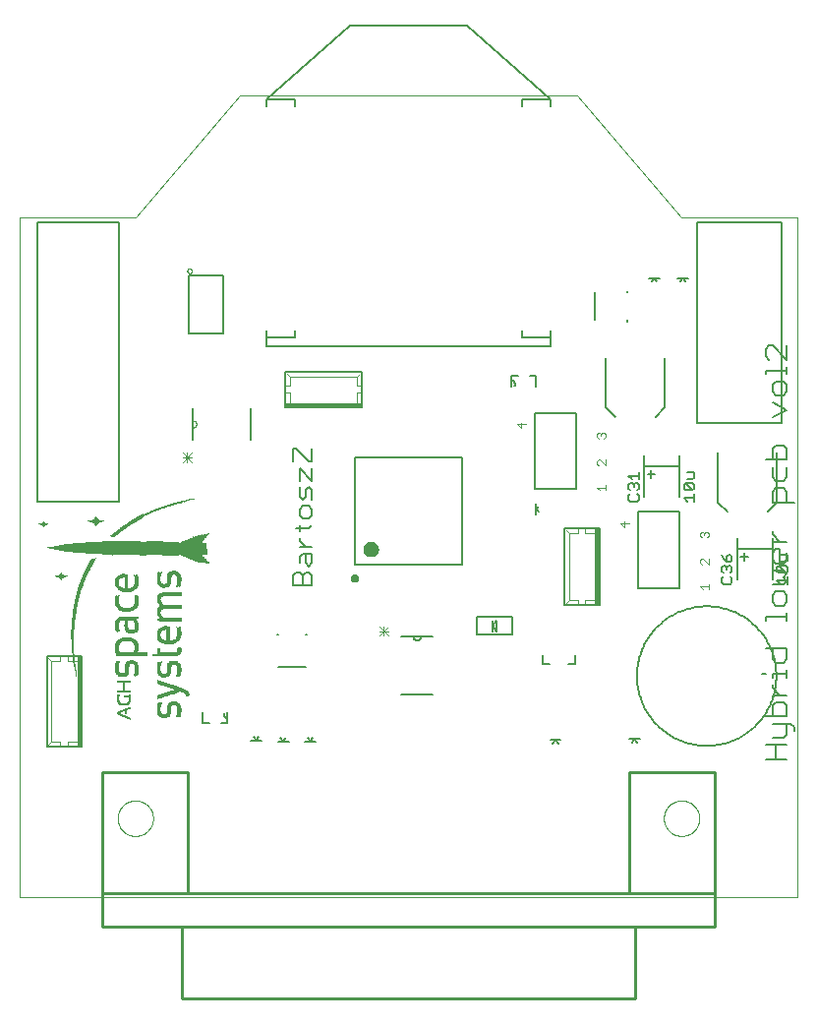
<source format=gto>
G75*
%MOIN*%
%OFA0B0*%
%FSLAX25Y25*%
%IPPOS*%
%LPD*%
%AMOC8*
5,1,8,0,0,1.08239X$1,22.5*
%
%ADD10C,0.00000*%
%ADD11C,0.00600*%
%ADD12C,0.00800*%
%ADD13C,0.00400*%
%ADD14C,0.00787*%
%ADD15C,0.00500*%
%ADD16C,0.00300*%
%ADD17C,0.00200*%
%ADD18R,0.01476X0.30512*%
%ADD19R,0.01476X0.25591*%
%ADD20C,0.00700*%
%ADD21R,0.25591X0.01476*%
%ADD22R,0.00138X0.00138*%
%ADD23R,0.00138X0.00276*%
%ADD24R,0.00138X0.00413*%
%ADD25R,0.00138X0.00551*%
%ADD26R,0.00138X0.00689*%
%ADD27R,0.00138X0.00965*%
%ADD28R,0.00138X0.01791*%
%ADD29R,0.00138X0.00827*%
%ADD30R,0.00138X0.01102*%
%ADD31R,0.00138X0.03858*%
%ADD32R,0.00138X0.01240*%
%ADD33R,0.00138X0.01378*%
%ADD34R,0.00138X0.01516*%
%ADD35R,0.00138X0.01654*%
%ADD36R,0.00138X0.01929*%
%ADD37R,0.00138X0.02067*%
%ADD38R,0.00138X0.02205*%
%ADD39R,0.00138X0.02343*%
%ADD40R,0.00138X0.03720*%
%ADD41R,0.00138X0.02480*%
%ADD42R,0.00138X0.06614*%
%ADD43R,0.00138X0.02756*%
%ADD44R,0.00138X0.09508*%
%ADD45R,0.00138X0.09232*%
%ADD46R,0.00138X0.09094*%
%ADD47R,0.00138X0.08957*%
%ADD48R,0.00138X0.08681*%
%ADD49R,0.00138X0.08406*%
%ADD50R,0.00138X0.08130*%
%ADD51R,0.00138X0.07854*%
%ADD52R,0.00138X0.07717*%
%ADD53R,0.00138X0.07579*%
%ADD54R,0.00138X0.07303*%
%ADD55R,0.00138X0.07028*%
%ADD56R,0.00138X0.06890*%
%ADD57R,0.00138X0.06752*%
%ADD58R,0.00138X0.06476*%
%ADD59R,0.00138X0.06201*%
%ADD60R,0.00138X0.05925*%
%ADD61R,0.00138X0.05650*%
%ADD62R,0.00138X0.05512*%
%ADD63R,0.00138X0.05374*%
%ADD64R,0.00138X0.05098*%
%ADD65R,0.00138X0.04823*%
%ADD66R,0.00138X0.04685*%
%ADD67R,0.00138X0.04547*%
%ADD68R,0.00138X0.04272*%
%ADD69R,0.00138X0.02894*%
%ADD70R,0.00138X0.04409*%
%ADD71R,0.00138X0.04134*%
%ADD72R,0.00138X0.02618*%
%ADD73R,0.00138X0.04961*%
%ADD74R,0.00138X0.06063*%
%ADD75R,0.00138X0.03996*%
%ADD76R,0.00138X0.03307*%
%ADD77R,0.00138X0.05236*%
%ADD78R,0.00138X0.03445*%
%ADD79R,0.00138X0.03169*%
%ADD80R,0.00138X0.03583*%
%ADD81R,0.00138X0.03031*%
%ADD82R,0.00138X0.05787*%
%ADD83R,0.00138X0.06339*%
%ADD84R,0.00138X0.10197*%
%ADD85R,0.00138X0.16673*%
%ADD86R,0.00138X0.14744*%
%ADD87R,0.00138X0.12126*%
%ADD88R,0.00138X0.08819*%
%ADD89C,0.01000*%
D10*
X0012400Y0035678D02*
X0012400Y0265993D01*
X0051770Y0265993D01*
X0087203Y0307332D01*
X0201376Y0307332D01*
X0236809Y0265993D01*
X0276180Y0265993D01*
X0276180Y0035678D01*
X0012400Y0035678D01*
X0045690Y0062450D02*
X0045692Y0062604D01*
X0045698Y0062759D01*
X0045708Y0062913D01*
X0045722Y0063067D01*
X0045740Y0063220D01*
X0045761Y0063373D01*
X0045787Y0063526D01*
X0045817Y0063677D01*
X0045850Y0063828D01*
X0045888Y0063978D01*
X0045929Y0064127D01*
X0045974Y0064275D01*
X0046023Y0064421D01*
X0046076Y0064567D01*
X0046132Y0064710D01*
X0046192Y0064853D01*
X0046256Y0064993D01*
X0046323Y0065133D01*
X0046394Y0065270D01*
X0046468Y0065405D01*
X0046546Y0065539D01*
X0046627Y0065670D01*
X0046712Y0065799D01*
X0046800Y0065927D01*
X0046891Y0066051D01*
X0046985Y0066174D01*
X0047083Y0066294D01*
X0047183Y0066411D01*
X0047287Y0066526D01*
X0047393Y0066638D01*
X0047502Y0066747D01*
X0047614Y0066853D01*
X0047729Y0066957D01*
X0047846Y0067057D01*
X0047966Y0067155D01*
X0048089Y0067249D01*
X0048213Y0067340D01*
X0048341Y0067428D01*
X0048470Y0067513D01*
X0048601Y0067594D01*
X0048735Y0067672D01*
X0048870Y0067746D01*
X0049007Y0067817D01*
X0049147Y0067884D01*
X0049287Y0067948D01*
X0049430Y0068008D01*
X0049573Y0068064D01*
X0049719Y0068117D01*
X0049865Y0068166D01*
X0050013Y0068211D01*
X0050162Y0068252D01*
X0050312Y0068290D01*
X0050463Y0068323D01*
X0050614Y0068353D01*
X0050767Y0068379D01*
X0050920Y0068400D01*
X0051073Y0068418D01*
X0051227Y0068432D01*
X0051381Y0068442D01*
X0051536Y0068448D01*
X0051690Y0068450D01*
X0051844Y0068448D01*
X0051999Y0068442D01*
X0052153Y0068432D01*
X0052307Y0068418D01*
X0052460Y0068400D01*
X0052613Y0068379D01*
X0052766Y0068353D01*
X0052917Y0068323D01*
X0053068Y0068290D01*
X0053218Y0068252D01*
X0053367Y0068211D01*
X0053515Y0068166D01*
X0053661Y0068117D01*
X0053807Y0068064D01*
X0053950Y0068008D01*
X0054093Y0067948D01*
X0054233Y0067884D01*
X0054373Y0067817D01*
X0054510Y0067746D01*
X0054645Y0067672D01*
X0054779Y0067594D01*
X0054910Y0067513D01*
X0055039Y0067428D01*
X0055167Y0067340D01*
X0055291Y0067249D01*
X0055414Y0067155D01*
X0055534Y0067057D01*
X0055651Y0066957D01*
X0055766Y0066853D01*
X0055878Y0066747D01*
X0055987Y0066638D01*
X0056093Y0066526D01*
X0056197Y0066411D01*
X0056297Y0066294D01*
X0056395Y0066174D01*
X0056489Y0066051D01*
X0056580Y0065927D01*
X0056668Y0065799D01*
X0056753Y0065670D01*
X0056834Y0065539D01*
X0056912Y0065405D01*
X0056986Y0065270D01*
X0057057Y0065133D01*
X0057124Y0064993D01*
X0057188Y0064853D01*
X0057248Y0064710D01*
X0057304Y0064567D01*
X0057357Y0064421D01*
X0057406Y0064275D01*
X0057451Y0064127D01*
X0057492Y0063978D01*
X0057530Y0063828D01*
X0057563Y0063677D01*
X0057593Y0063526D01*
X0057619Y0063373D01*
X0057640Y0063220D01*
X0057658Y0063067D01*
X0057672Y0062913D01*
X0057682Y0062759D01*
X0057688Y0062604D01*
X0057690Y0062450D01*
X0057688Y0062296D01*
X0057682Y0062141D01*
X0057672Y0061987D01*
X0057658Y0061833D01*
X0057640Y0061680D01*
X0057619Y0061527D01*
X0057593Y0061374D01*
X0057563Y0061223D01*
X0057530Y0061072D01*
X0057492Y0060922D01*
X0057451Y0060773D01*
X0057406Y0060625D01*
X0057357Y0060479D01*
X0057304Y0060333D01*
X0057248Y0060190D01*
X0057188Y0060047D01*
X0057124Y0059907D01*
X0057057Y0059767D01*
X0056986Y0059630D01*
X0056912Y0059495D01*
X0056834Y0059361D01*
X0056753Y0059230D01*
X0056668Y0059101D01*
X0056580Y0058973D01*
X0056489Y0058849D01*
X0056395Y0058726D01*
X0056297Y0058606D01*
X0056197Y0058489D01*
X0056093Y0058374D01*
X0055987Y0058262D01*
X0055878Y0058153D01*
X0055766Y0058047D01*
X0055651Y0057943D01*
X0055534Y0057843D01*
X0055414Y0057745D01*
X0055291Y0057651D01*
X0055167Y0057560D01*
X0055039Y0057472D01*
X0054910Y0057387D01*
X0054779Y0057306D01*
X0054645Y0057228D01*
X0054510Y0057154D01*
X0054373Y0057083D01*
X0054233Y0057016D01*
X0054093Y0056952D01*
X0053950Y0056892D01*
X0053807Y0056836D01*
X0053661Y0056783D01*
X0053515Y0056734D01*
X0053367Y0056689D01*
X0053218Y0056648D01*
X0053068Y0056610D01*
X0052917Y0056577D01*
X0052766Y0056547D01*
X0052613Y0056521D01*
X0052460Y0056500D01*
X0052307Y0056482D01*
X0052153Y0056468D01*
X0051999Y0056458D01*
X0051844Y0056452D01*
X0051690Y0056450D01*
X0051536Y0056452D01*
X0051381Y0056458D01*
X0051227Y0056468D01*
X0051073Y0056482D01*
X0050920Y0056500D01*
X0050767Y0056521D01*
X0050614Y0056547D01*
X0050463Y0056577D01*
X0050312Y0056610D01*
X0050162Y0056648D01*
X0050013Y0056689D01*
X0049865Y0056734D01*
X0049719Y0056783D01*
X0049573Y0056836D01*
X0049430Y0056892D01*
X0049287Y0056952D01*
X0049147Y0057016D01*
X0049007Y0057083D01*
X0048870Y0057154D01*
X0048735Y0057228D01*
X0048601Y0057306D01*
X0048470Y0057387D01*
X0048341Y0057472D01*
X0048213Y0057560D01*
X0048089Y0057651D01*
X0047966Y0057745D01*
X0047846Y0057843D01*
X0047729Y0057943D01*
X0047614Y0058047D01*
X0047502Y0058153D01*
X0047393Y0058262D01*
X0047287Y0058374D01*
X0047183Y0058489D01*
X0047083Y0058606D01*
X0046985Y0058726D01*
X0046891Y0058849D01*
X0046800Y0058973D01*
X0046712Y0059101D01*
X0046627Y0059230D01*
X0046546Y0059361D01*
X0046468Y0059495D01*
X0046394Y0059630D01*
X0046323Y0059767D01*
X0046256Y0059907D01*
X0046192Y0060047D01*
X0046132Y0060190D01*
X0046076Y0060333D01*
X0046023Y0060479D01*
X0045974Y0060625D01*
X0045929Y0060773D01*
X0045888Y0060922D01*
X0045850Y0061072D01*
X0045817Y0061223D01*
X0045787Y0061374D01*
X0045761Y0061527D01*
X0045740Y0061680D01*
X0045722Y0061833D01*
X0045708Y0061987D01*
X0045698Y0062141D01*
X0045692Y0062296D01*
X0045690Y0062450D01*
X0071171Y0194833D02*
X0071240Y0194835D01*
X0071308Y0194841D01*
X0071376Y0194851D01*
X0071443Y0194864D01*
X0071509Y0194882D01*
X0071574Y0194903D01*
X0071638Y0194928D01*
X0071700Y0194956D01*
X0071761Y0194988D01*
X0071820Y0195023D01*
X0071876Y0195062D01*
X0071931Y0195104D01*
X0071982Y0195149D01*
X0072032Y0195197D01*
X0072078Y0195247D01*
X0072121Y0195300D01*
X0072162Y0195356D01*
X0072199Y0195413D01*
X0072232Y0195473D01*
X0072263Y0195535D01*
X0072289Y0195598D01*
X0072312Y0195662D01*
X0072332Y0195728D01*
X0072347Y0195795D01*
X0072359Y0195862D01*
X0072367Y0195930D01*
X0072371Y0195999D01*
X0072371Y0196067D01*
X0072367Y0196136D01*
X0072359Y0196204D01*
X0072347Y0196271D01*
X0072332Y0196338D01*
X0072312Y0196404D01*
X0072289Y0196468D01*
X0072263Y0196531D01*
X0072232Y0196593D01*
X0072199Y0196653D01*
X0072162Y0196710D01*
X0072121Y0196766D01*
X0072078Y0196819D01*
X0072032Y0196869D01*
X0071982Y0196917D01*
X0071931Y0196962D01*
X0071876Y0197004D01*
X0071820Y0197043D01*
X0071761Y0197078D01*
X0071700Y0197110D01*
X0071638Y0197138D01*
X0071574Y0197163D01*
X0071509Y0197184D01*
X0071443Y0197202D01*
X0071376Y0197215D01*
X0071308Y0197225D01*
X0071240Y0197231D01*
X0071171Y0197233D01*
X0230890Y0062450D02*
X0230892Y0062604D01*
X0230898Y0062759D01*
X0230908Y0062913D01*
X0230922Y0063067D01*
X0230940Y0063220D01*
X0230961Y0063373D01*
X0230987Y0063526D01*
X0231017Y0063677D01*
X0231050Y0063828D01*
X0231088Y0063978D01*
X0231129Y0064127D01*
X0231174Y0064275D01*
X0231223Y0064421D01*
X0231276Y0064567D01*
X0231332Y0064710D01*
X0231392Y0064853D01*
X0231456Y0064993D01*
X0231523Y0065133D01*
X0231594Y0065270D01*
X0231668Y0065405D01*
X0231746Y0065539D01*
X0231827Y0065670D01*
X0231912Y0065799D01*
X0232000Y0065927D01*
X0232091Y0066051D01*
X0232185Y0066174D01*
X0232283Y0066294D01*
X0232383Y0066411D01*
X0232487Y0066526D01*
X0232593Y0066638D01*
X0232702Y0066747D01*
X0232814Y0066853D01*
X0232929Y0066957D01*
X0233046Y0067057D01*
X0233166Y0067155D01*
X0233289Y0067249D01*
X0233413Y0067340D01*
X0233541Y0067428D01*
X0233670Y0067513D01*
X0233801Y0067594D01*
X0233935Y0067672D01*
X0234070Y0067746D01*
X0234207Y0067817D01*
X0234347Y0067884D01*
X0234487Y0067948D01*
X0234630Y0068008D01*
X0234773Y0068064D01*
X0234919Y0068117D01*
X0235065Y0068166D01*
X0235213Y0068211D01*
X0235362Y0068252D01*
X0235512Y0068290D01*
X0235663Y0068323D01*
X0235814Y0068353D01*
X0235967Y0068379D01*
X0236120Y0068400D01*
X0236273Y0068418D01*
X0236427Y0068432D01*
X0236581Y0068442D01*
X0236736Y0068448D01*
X0236890Y0068450D01*
X0237044Y0068448D01*
X0237199Y0068442D01*
X0237353Y0068432D01*
X0237507Y0068418D01*
X0237660Y0068400D01*
X0237813Y0068379D01*
X0237966Y0068353D01*
X0238117Y0068323D01*
X0238268Y0068290D01*
X0238418Y0068252D01*
X0238567Y0068211D01*
X0238715Y0068166D01*
X0238861Y0068117D01*
X0239007Y0068064D01*
X0239150Y0068008D01*
X0239293Y0067948D01*
X0239433Y0067884D01*
X0239573Y0067817D01*
X0239710Y0067746D01*
X0239845Y0067672D01*
X0239979Y0067594D01*
X0240110Y0067513D01*
X0240239Y0067428D01*
X0240367Y0067340D01*
X0240491Y0067249D01*
X0240614Y0067155D01*
X0240734Y0067057D01*
X0240851Y0066957D01*
X0240966Y0066853D01*
X0241078Y0066747D01*
X0241187Y0066638D01*
X0241293Y0066526D01*
X0241397Y0066411D01*
X0241497Y0066294D01*
X0241595Y0066174D01*
X0241689Y0066051D01*
X0241780Y0065927D01*
X0241868Y0065799D01*
X0241953Y0065670D01*
X0242034Y0065539D01*
X0242112Y0065405D01*
X0242186Y0065270D01*
X0242257Y0065133D01*
X0242324Y0064993D01*
X0242388Y0064853D01*
X0242448Y0064710D01*
X0242504Y0064567D01*
X0242557Y0064421D01*
X0242606Y0064275D01*
X0242651Y0064127D01*
X0242692Y0063978D01*
X0242730Y0063828D01*
X0242763Y0063677D01*
X0242793Y0063526D01*
X0242819Y0063373D01*
X0242840Y0063220D01*
X0242858Y0063067D01*
X0242872Y0062913D01*
X0242882Y0062759D01*
X0242888Y0062604D01*
X0242890Y0062450D01*
X0242888Y0062296D01*
X0242882Y0062141D01*
X0242872Y0061987D01*
X0242858Y0061833D01*
X0242840Y0061680D01*
X0242819Y0061527D01*
X0242793Y0061374D01*
X0242763Y0061223D01*
X0242730Y0061072D01*
X0242692Y0060922D01*
X0242651Y0060773D01*
X0242606Y0060625D01*
X0242557Y0060479D01*
X0242504Y0060333D01*
X0242448Y0060190D01*
X0242388Y0060047D01*
X0242324Y0059907D01*
X0242257Y0059767D01*
X0242186Y0059630D01*
X0242112Y0059495D01*
X0242034Y0059361D01*
X0241953Y0059230D01*
X0241868Y0059101D01*
X0241780Y0058973D01*
X0241689Y0058849D01*
X0241595Y0058726D01*
X0241497Y0058606D01*
X0241397Y0058489D01*
X0241293Y0058374D01*
X0241187Y0058262D01*
X0241078Y0058153D01*
X0240966Y0058047D01*
X0240851Y0057943D01*
X0240734Y0057843D01*
X0240614Y0057745D01*
X0240491Y0057651D01*
X0240367Y0057560D01*
X0240239Y0057472D01*
X0240110Y0057387D01*
X0239979Y0057306D01*
X0239845Y0057228D01*
X0239710Y0057154D01*
X0239573Y0057083D01*
X0239433Y0057016D01*
X0239293Y0056952D01*
X0239150Y0056892D01*
X0239007Y0056836D01*
X0238861Y0056783D01*
X0238715Y0056734D01*
X0238567Y0056689D01*
X0238418Y0056648D01*
X0238268Y0056610D01*
X0238117Y0056577D01*
X0237966Y0056547D01*
X0237813Y0056521D01*
X0237660Y0056500D01*
X0237507Y0056482D01*
X0237353Y0056468D01*
X0237199Y0056458D01*
X0237044Y0056452D01*
X0236890Y0056450D01*
X0236736Y0056452D01*
X0236581Y0056458D01*
X0236427Y0056468D01*
X0236273Y0056482D01*
X0236120Y0056500D01*
X0235967Y0056521D01*
X0235814Y0056547D01*
X0235663Y0056577D01*
X0235512Y0056610D01*
X0235362Y0056648D01*
X0235213Y0056689D01*
X0235065Y0056734D01*
X0234919Y0056783D01*
X0234773Y0056836D01*
X0234630Y0056892D01*
X0234487Y0056952D01*
X0234347Y0057016D01*
X0234207Y0057083D01*
X0234070Y0057154D01*
X0233935Y0057228D01*
X0233801Y0057306D01*
X0233670Y0057387D01*
X0233541Y0057472D01*
X0233413Y0057560D01*
X0233289Y0057651D01*
X0233166Y0057745D01*
X0233046Y0057843D01*
X0232929Y0057943D01*
X0232814Y0058047D01*
X0232702Y0058153D01*
X0232593Y0058262D01*
X0232487Y0058374D01*
X0232383Y0058489D01*
X0232283Y0058606D01*
X0232185Y0058726D01*
X0232091Y0058849D01*
X0232000Y0058973D01*
X0231912Y0059101D01*
X0231827Y0059230D01*
X0231746Y0059361D01*
X0231668Y0059495D01*
X0231594Y0059630D01*
X0231523Y0059767D01*
X0231456Y0059907D01*
X0231392Y0060047D01*
X0231332Y0060190D01*
X0231276Y0060333D01*
X0231223Y0060479D01*
X0231174Y0060625D01*
X0231129Y0060773D01*
X0231088Y0060922D01*
X0231050Y0061072D01*
X0231017Y0061223D01*
X0230987Y0061374D01*
X0230961Y0061527D01*
X0230940Y0061680D01*
X0230922Y0061833D01*
X0230908Y0061987D01*
X0230898Y0062141D01*
X0230892Y0062296D01*
X0230890Y0062450D01*
D11*
X0265316Y0082435D02*
X0272596Y0082435D01*
X0268956Y0082435D02*
X0268956Y0087289D01*
X0267743Y0089685D02*
X0271383Y0089685D01*
X0272596Y0090899D01*
X0272596Y0094539D01*
X0273809Y0094539D02*
X0275023Y0093325D01*
X0275023Y0092112D01*
X0273809Y0094539D02*
X0267743Y0094539D01*
X0267743Y0096936D02*
X0267743Y0100576D01*
X0268956Y0101789D01*
X0271383Y0101789D01*
X0272596Y0100576D01*
X0272596Y0096936D01*
X0265316Y0096936D01*
X0267743Y0104186D02*
X0272596Y0104186D01*
X0270169Y0104186D02*
X0267743Y0106613D01*
X0267743Y0107826D01*
X0267743Y0110228D02*
X0267743Y0111441D01*
X0272596Y0111441D01*
X0272596Y0110228D02*
X0272596Y0112655D01*
X0271383Y0115061D02*
X0268956Y0115061D01*
X0267743Y0116275D01*
X0267743Y0119915D01*
X0265316Y0119915D02*
X0272596Y0119915D01*
X0272596Y0116275D01*
X0271383Y0115061D01*
X0265316Y0111441D02*
X0264102Y0111441D01*
X0265316Y0129562D02*
X0265316Y0130775D01*
X0272596Y0130775D01*
X0272596Y0129562D02*
X0272596Y0131989D01*
X0271383Y0134395D02*
X0272596Y0135609D01*
X0272596Y0138036D01*
X0271383Y0139249D01*
X0268956Y0139249D01*
X0267743Y0138036D01*
X0267743Y0135609D01*
X0268956Y0134395D01*
X0271383Y0134395D01*
X0271383Y0141646D02*
X0267743Y0141646D01*
X0271383Y0141646D02*
X0272596Y0142859D01*
X0271383Y0144072D01*
X0272596Y0145286D01*
X0271383Y0146499D01*
X0267743Y0146499D01*
X0268956Y0148896D02*
X0267743Y0150109D01*
X0267743Y0152536D01*
X0268956Y0153749D01*
X0270169Y0153749D01*
X0270169Y0148896D01*
X0268956Y0148896D02*
X0271383Y0148896D01*
X0272596Y0150109D01*
X0272596Y0152536D01*
X0272596Y0156146D02*
X0267743Y0156146D01*
X0270169Y0156146D02*
X0267743Y0158573D01*
X0267743Y0159786D01*
X0267743Y0169438D02*
X0267743Y0173079D01*
X0268956Y0174292D01*
X0271383Y0174292D01*
X0272596Y0173079D01*
X0272596Y0169438D01*
X0275023Y0169438D02*
X0267743Y0169438D01*
X0268956Y0176689D02*
X0267743Y0177902D01*
X0267743Y0181542D01*
X0267743Y0183939D02*
X0267743Y0187579D01*
X0268956Y0188792D01*
X0271383Y0188792D01*
X0272596Y0187579D01*
X0272596Y0183939D01*
X0265316Y0183939D01*
X0268956Y0176689D02*
X0271383Y0176689D01*
X0272596Y0177902D01*
X0272596Y0181542D01*
X0267743Y0198440D02*
X0272596Y0200866D01*
X0267743Y0203293D01*
X0268956Y0205690D02*
X0267743Y0206903D01*
X0267743Y0209330D01*
X0268956Y0210543D01*
X0271383Y0210543D01*
X0272596Y0209330D01*
X0272596Y0206903D01*
X0271383Y0205690D01*
X0268956Y0205690D01*
X0272596Y0212940D02*
X0272596Y0215367D01*
X0272596Y0214154D02*
X0265316Y0214154D01*
X0265316Y0212940D01*
X0266529Y0217774D02*
X0265316Y0218987D01*
X0265316Y0221414D01*
X0266529Y0222627D01*
X0267743Y0222627D01*
X0272596Y0217774D01*
X0272596Y0222627D01*
X0187600Y0212447D02*
X0187600Y0208747D01*
X0187600Y0212447D02*
X0185400Y0212447D01*
X0181400Y0212447D02*
X0179200Y0212447D01*
X0179200Y0210847D01*
X0179200Y0208747D01*
X0180300Y0209147D02*
X0180326Y0209211D01*
X0180349Y0209275D01*
X0180367Y0209341D01*
X0180383Y0209408D01*
X0180394Y0209476D01*
X0180401Y0209544D01*
X0180405Y0209613D01*
X0180404Y0209681D01*
X0180400Y0209750D01*
X0180392Y0209818D01*
X0180380Y0209885D01*
X0180364Y0209952D01*
X0180344Y0210018D01*
X0180321Y0210082D01*
X0180294Y0210146D01*
X0180264Y0210207D01*
X0180230Y0210267D01*
X0180192Y0210324D01*
X0180152Y0210380D01*
X0180108Y0210433D01*
X0180062Y0210483D01*
X0180012Y0210531D01*
X0179961Y0210576D01*
X0179906Y0210617D01*
X0179849Y0210656D01*
X0179791Y0210691D01*
X0179730Y0210723D01*
X0179668Y0210752D01*
X0179604Y0210777D01*
X0179538Y0210798D01*
X0179472Y0210815D01*
X0179405Y0210829D01*
X0179337Y0210839D01*
X0179269Y0210845D01*
X0179200Y0210847D01*
X0111580Y0187575D02*
X0111580Y0183304D01*
X0110513Y0183304D01*
X0106242Y0187575D01*
X0105175Y0187575D01*
X0105175Y0183304D01*
X0107310Y0181129D02*
X0111580Y0176859D01*
X0111580Y0181129D01*
X0107310Y0181129D02*
X0107310Y0176859D01*
X0107310Y0174684D02*
X0107310Y0171481D01*
X0108378Y0170413D01*
X0109445Y0171481D01*
X0109445Y0173616D01*
X0110513Y0174684D01*
X0111580Y0173616D01*
X0111580Y0170413D01*
X0110513Y0168238D02*
X0108378Y0168238D01*
X0107310Y0167171D01*
X0107310Y0165035D01*
X0108378Y0163968D01*
X0110513Y0163968D01*
X0111580Y0165035D01*
X0111580Y0167171D01*
X0110513Y0168238D01*
X0111580Y0161806D02*
X0110513Y0160738D01*
X0106242Y0160738D01*
X0107310Y0159671D02*
X0107310Y0161806D01*
X0107310Y0157502D02*
X0107310Y0156435D01*
X0109445Y0154300D01*
X0111580Y0154300D02*
X0107310Y0154300D01*
X0108378Y0152124D02*
X0107310Y0151057D01*
X0107310Y0148922D01*
X0109445Y0148922D02*
X0109445Y0152124D01*
X0108378Y0152124D02*
X0111580Y0152124D01*
X0111580Y0148922D01*
X0110513Y0147854D01*
X0109445Y0148922D01*
X0109445Y0145679D02*
X0110513Y0145679D01*
X0111580Y0144611D01*
X0111580Y0141409D01*
X0105175Y0141409D01*
X0105175Y0144611D01*
X0106242Y0145679D01*
X0107310Y0145679D01*
X0108378Y0144611D01*
X0108378Y0141409D01*
X0108378Y0144611D02*
X0109445Y0145679D01*
X0141815Y0123947D02*
X0146015Y0123947D01*
X0148415Y0123947D01*
X0152615Y0123947D01*
X0148415Y0123947D02*
X0148413Y0123878D01*
X0148407Y0123810D01*
X0148397Y0123742D01*
X0148384Y0123675D01*
X0148366Y0123609D01*
X0148345Y0123544D01*
X0148320Y0123480D01*
X0148292Y0123418D01*
X0148260Y0123357D01*
X0148225Y0123298D01*
X0148186Y0123242D01*
X0148144Y0123187D01*
X0148099Y0123136D01*
X0148051Y0123086D01*
X0148001Y0123040D01*
X0147948Y0122997D01*
X0147892Y0122956D01*
X0147835Y0122919D01*
X0147775Y0122886D01*
X0147713Y0122855D01*
X0147650Y0122829D01*
X0147586Y0122806D01*
X0147520Y0122786D01*
X0147453Y0122771D01*
X0147386Y0122759D01*
X0147318Y0122751D01*
X0147249Y0122747D01*
X0147181Y0122747D01*
X0147112Y0122751D01*
X0147044Y0122759D01*
X0146977Y0122771D01*
X0146910Y0122786D01*
X0146844Y0122806D01*
X0146780Y0122829D01*
X0146717Y0122855D01*
X0146655Y0122886D01*
X0146595Y0122919D01*
X0146538Y0122956D01*
X0146482Y0122997D01*
X0146429Y0123040D01*
X0146379Y0123086D01*
X0146331Y0123136D01*
X0146286Y0123187D01*
X0146244Y0123242D01*
X0146205Y0123298D01*
X0146170Y0123357D01*
X0146138Y0123418D01*
X0146110Y0123480D01*
X0146085Y0123544D01*
X0146064Y0123609D01*
X0146046Y0123675D01*
X0146033Y0123742D01*
X0146023Y0123810D01*
X0146017Y0123878D01*
X0146015Y0123947D01*
X0141815Y0104347D02*
X0152615Y0104347D01*
X0082900Y0098547D02*
X0082900Y0096447D01*
X0082900Y0094847D01*
X0080700Y0094847D01*
X0082900Y0096447D02*
X0082831Y0096449D01*
X0082763Y0096455D01*
X0082695Y0096465D01*
X0082628Y0096479D01*
X0082562Y0096496D01*
X0082496Y0096517D01*
X0082432Y0096542D01*
X0082370Y0096571D01*
X0082309Y0096603D01*
X0082251Y0096638D01*
X0082194Y0096677D01*
X0082139Y0096718D01*
X0082088Y0096763D01*
X0082038Y0096811D01*
X0081992Y0096861D01*
X0081948Y0096914D01*
X0081908Y0096970D01*
X0081870Y0097027D01*
X0081836Y0097087D01*
X0081806Y0097148D01*
X0081779Y0097212D01*
X0081756Y0097276D01*
X0081736Y0097342D01*
X0081720Y0097409D01*
X0081708Y0097476D01*
X0081700Y0097544D01*
X0081696Y0097613D01*
X0081695Y0097681D01*
X0081699Y0097750D01*
X0081706Y0097818D01*
X0081717Y0097886D01*
X0081733Y0097953D01*
X0081751Y0098019D01*
X0081774Y0098083D01*
X0081800Y0098147D01*
X0076700Y0094847D02*
X0074500Y0094847D01*
X0074500Y0098547D01*
X0071171Y0190633D02*
X0071171Y0194833D01*
X0071171Y0197233D01*
X0071171Y0201433D01*
X0090771Y0201433D02*
X0090771Y0190633D01*
X0265316Y0087289D02*
X0272596Y0087289D01*
D12*
X0236215Y0140499D02*
X0222215Y0140499D01*
X0222215Y0166299D01*
X0236215Y0166299D01*
X0236215Y0140499D01*
X0252325Y0166359D02*
X0249176Y0169509D01*
X0249176Y0186438D01*
X0231254Y0201572D02*
X0228105Y0198422D01*
X0231254Y0201572D02*
X0231254Y0218501D01*
X0211176Y0201572D02*
X0214325Y0198422D01*
X0211176Y0201572D02*
X0211176Y0218501D01*
X0201215Y0199862D02*
X0201215Y0174062D01*
X0187215Y0174062D01*
X0187215Y0199862D01*
X0201215Y0199862D01*
X0192518Y0222525D02*
X0096061Y0222525D01*
X0096061Y0225478D01*
X0105904Y0225478D01*
X0105904Y0227643D01*
X0096061Y0227643D02*
X0096061Y0225478D01*
X0102577Y0213596D02*
X0102577Y0201785D01*
X0128365Y0201785D01*
X0128365Y0213596D01*
X0102577Y0213596D01*
X0182676Y0225478D02*
X0192518Y0225478D01*
X0192518Y0227643D01*
X0192518Y0225478D02*
X0192518Y0222525D01*
X0182676Y0225478D02*
X0182676Y0227643D01*
X0225758Y0245529D02*
X0227569Y0245529D01*
X0228490Y0244308D01*
X0229380Y0245529D02*
X0227569Y0245529D01*
X0227469Y0245468D02*
X0226709Y0244308D01*
X0235518Y0245478D02*
X0237329Y0245478D01*
X0238250Y0244257D01*
X0239140Y0245478D02*
X0237329Y0245478D01*
X0237229Y0245417D02*
X0236469Y0244257D01*
X0269254Y0186438D02*
X0269254Y0169509D01*
X0266105Y0166359D01*
X0209026Y0160670D02*
X0209026Y0134883D01*
X0197215Y0134883D01*
X0197215Y0160670D01*
X0209026Y0160670D01*
X0188526Y0166287D02*
X0187366Y0167047D01*
X0187306Y0167147D02*
X0188526Y0168067D01*
X0187306Y0168958D02*
X0187306Y0167147D01*
X0187306Y0165336D01*
X0189743Y0117718D02*
X0189743Y0114568D01*
X0192105Y0114568D01*
X0198404Y0114568D02*
X0200766Y0114568D01*
X0200766Y0117718D01*
X0195961Y0089066D02*
X0194150Y0089066D01*
X0195070Y0087846D01*
X0194150Y0089066D02*
X0192339Y0089066D01*
X0193290Y0087846D02*
X0194050Y0089006D01*
X0219089Y0089316D02*
X0220900Y0089316D01*
X0221820Y0088096D01*
X0222711Y0089316D02*
X0220900Y0089316D01*
X0220800Y0089256D02*
X0220040Y0088096D01*
X0112853Y0088548D02*
X0111042Y0088548D01*
X0110121Y0089769D01*
X0109231Y0088548D02*
X0111042Y0088548D01*
X0111142Y0088609D02*
X0111902Y0089769D01*
X0103664Y0088548D02*
X0101853Y0088548D01*
X0100932Y0089769D01*
X0100042Y0088548D02*
X0101853Y0088548D01*
X0101953Y0088609D02*
X0102713Y0089769D01*
X0094479Y0088863D02*
X0092668Y0088863D01*
X0091747Y0090084D01*
X0090857Y0088863D02*
X0092668Y0088863D01*
X0092768Y0088924D02*
X0093528Y0090084D01*
X0033593Y0086663D02*
X0021782Y0086663D01*
X0021782Y0117371D01*
X0033593Y0117371D01*
X0033593Y0086663D01*
X0096061Y0303627D02*
X0096061Y0306186D01*
X0105904Y0306186D01*
X0105904Y0303627D01*
X0096061Y0306186D02*
X0124605Y0331186D01*
X0163975Y0331186D01*
X0192518Y0306186D01*
X0182676Y0306186D01*
X0182676Y0303627D01*
X0192518Y0303627D02*
X0192518Y0306186D01*
D13*
X0182614Y0196530D02*
X0182614Y0194662D01*
X0181213Y0196063D01*
X0184015Y0196063D01*
X0208213Y0192582D02*
X0208680Y0193049D01*
X0209147Y0193049D01*
X0209614Y0192582D01*
X0210081Y0193049D01*
X0210548Y0193049D01*
X0211015Y0192582D01*
X0211015Y0191648D01*
X0210548Y0191181D01*
X0209614Y0192115D02*
X0209614Y0192582D01*
X0208213Y0192582D02*
X0208213Y0191648D01*
X0208680Y0191181D01*
X0208717Y0183949D02*
X0208250Y0183482D01*
X0208250Y0182548D01*
X0208717Y0182081D01*
X0208717Y0183949D02*
X0209184Y0183949D01*
X0211052Y0182081D01*
X0211052Y0183949D01*
X0211015Y0175437D02*
X0211015Y0173569D01*
X0211015Y0174503D02*
X0208213Y0174503D01*
X0209147Y0173569D01*
X0216213Y0162500D02*
X0217614Y0161099D01*
X0217614Y0162967D01*
X0219015Y0162500D02*
X0216213Y0162500D01*
X0243213Y0159019D02*
X0243680Y0159486D01*
X0244147Y0159486D01*
X0244614Y0159019D01*
X0245081Y0159486D01*
X0245548Y0159486D01*
X0246015Y0159019D01*
X0246015Y0158085D01*
X0245548Y0157618D01*
X0244614Y0158552D02*
X0244614Y0159019D01*
X0243213Y0159019D02*
X0243213Y0158085D01*
X0243680Y0157618D01*
X0243717Y0150386D02*
X0243250Y0149919D01*
X0243250Y0148985D01*
X0243717Y0148518D01*
X0243717Y0150386D02*
X0244184Y0150386D01*
X0246052Y0148518D01*
X0246052Y0150386D01*
X0246015Y0141874D02*
X0246015Y0140006D01*
X0246015Y0140940D02*
X0243213Y0140940D01*
X0244147Y0140006D01*
D14*
X0218624Y0230859D02*
X0218624Y0231253D01*
X0218624Y0240702D02*
X0218624Y0241096D01*
X0207601Y0240702D02*
X0207601Y0231253D01*
X0109959Y0124655D02*
X0109565Y0124655D01*
X0100117Y0124655D02*
X0099723Y0124655D01*
X0100117Y0113631D02*
X0109565Y0113631D01*
D15*
X0125786Y0143328D02*
X0125788Y0143367D01*
X0125794Y0143406D01*
X0125804Y0143444D01*
X0125817Y0143481D01*
X0125834Y0143516D01*
X0125854Y0143550D01*
X0125878Y0143581D01*
X0125905Y0143610D01*
X0125934Y0143636D01*
X0125966Y0143659D01*
X0126000Y0143679D01*
X0126036Y0143695D01*
X0126073Y0143707D01*
X0126112Y0143716D01*
X0126151Y0143721D01*
X0126190Y0143722D01*
X0126229Y0143719D01*
X0126268Y0143712D01*
X0126305Y0143701D01*
X0126342Y0143687D01*
X0126377Y0143669D01*
X0126410Y0143648D01*
X0126441Y0143623D01*
X0126469Y0143596D01*
X0126494Y0143566D01*
X0126516Y0143533D01*
X0126535Y0143499D01*
X0126550Y0143463D01*
X0126562Y0143425D01*
X0126570Y0143387D01*
X0126574Y0143348D01*
X0126574Y0143308D01*
X0126570Y0143269D01*
X0126562Y0143231D01*
X0126550Y0143193D01*
X0126535Y0143157D01*
X0126516Y0143123D01*
X0126494Y0143090D01*
X0126469Y0143060D01*
X0126441Y0143033D01*
X0126410Y0143008D01*
X0126377Y0142987D01*
X0126342Y0142969D01*
X0126305Y0142955D01*
X0126268Y0142944D01*
X0126229Y0142937D01*
X0126190Y0142934D01*
X0126151Y0142935D01*
X0126112Y0142940D01*
X0126073Y0142949D01*
X0126036Y0142961D01*
X0126000Y0142977D01*
X0125966Y0142997D01*
X0125934Y0143020D01*
X0125905Y0143046D01*
X0125878Y0143075D01*
X0125854Y0143106D01*
X0125834Y0143140D01*
X0125817Y0143175D01*
X0125804Y0143212D01*
X0125794Y0143250D01*
X0125788Y0143289D01*
X0125786Y0143328D01*
X0125623Y0143722D02*
X0125625Y0143769D01*
X0125631Y0143815D01*
X0125640Y0143861D01*
X0125654Y0143905D01*
X0125671Y0143949D01*
X0125692Y0143990D01*
X0125716Y0144030D01*
X0125743Y0144068D01*
X0125774Y0144103D01*
X0125807Y0144136D01*
X0125843Y0144166D01*
X0125882Y0144192D01*
X0125922Y0144216D01*
X0125964Y0144235D01*
X0126008Y0144252D01*
X0126053Y0144264D01*
X0126099Y0144273D01*
X0126145Y0144278D01*
X0126192Y0144279D01*
X0126238Y0144276D01*
X0126284Y0144269D01*
X0126330Y0144258D01*
X0126374Y0144244D01*
X0126417Y0144226D01*
X0126458Y0144204D01*
X0126498Y0144179D01*
X0126535Y0144151D01*
X0126570Y0144120D01*
X0126602Y0144086D01*
X0126631Y0144049D01*
X0126656Y0144011D01*
X0126679Y0143970D01*
X0126698Y0143927D01*
X0126713Y0143883D01*
X0126725Y0143838D01*
X0126733Y0143792D01*
X0126737Y0143745D01*
X0126737Y0143699D01*
X0126733Y0143652D01*
X0126725Y0143606D01*
X0126713Y0143561D01*
X0126698Y0143517D01*
X0126679Y0143474D01*
X0126656Y0143433D01*
X0126631Y0143395D01*
X0126602Y0143358D01*
X0126570Y0143324D01*
X0126535Y0143293D01*
X0126498Y0143265D01*
X0126459Y0143240D01*
X0126417Y0143218D01*
X0126374Y0143200D01*
X0126330Y0143186D01*
X0126284Y0143175D01*
X0126238Y0143168D01*
X0126192Y0143165D01*
X0126145Y0143166D01*
X0126099Y0143171D01*
X0126053Y0143180D01*
X0126008Y0143192D01*
X0125964Y0143209D01*
X0125922Y0143228D01*
X0125882Y0143252D01*
X0125843Y0143278D01*
X0125807Y0143308D01*
X0125774Y0143341D01*
X0125743Y0143376D01*
X0125716Y0143414D01*
X0125692Y0143454D01*
X0125671Y0143495D01*
X0125654Y0143539D01*
X0125640Y0143583D01*
X0125631Y0143629D01*
X0125625Y0143675D01*
X0125623Y0143722D01*
X0125786Y0143722D02*
X0125788Y0143761D01*
X0125794Y0143800D01*
X0125804Y0143838D01*
X0125817Y0143875D01*
X0125834Y0143910D01*
X0125854Y0143944D01*
X0125878Y0143975D01*
X0125905Y0144004D01*
X0125934Y0144030D01*
X0125966Y0144053D01*
X0126000Y0144073D01*
X0126036Y0144089D01*
X0126073Y0144101D01*
X0126112Y0144110D01*
X0126151Y0144115D01*
X0126190Y0144116D01*
X0126229Y0144113D01*
X0126268Y0144106D01*
X0126305Y0144095D01*
X0126342Y0144081D01*
X0126377Y0144063D01*
X0126410Y0144042D01*
X0126441Y0144017D01*
X0126469Y0143990D01*
X0126494Y0143960D01*
X0126516Y0143927D01*
X0126535Y0143893D01*
X0126550Y0143857D01*
X0126562Y0143819D01*
X0126570Y0143781D01*
X0126574Y0143742D01*
X0126574Y0143702D01*
X0126570Y0143663D01*
X0126562Y0143625D01*
X0126550Y0143587D01*
X0126535Y0143551D01*
X0126516Y0143517D01*
X0126494Y0143484D01*
X0126469Y0143454D01*
X0126441Y0143427D01*
X0126410Y0143402D01*
X0126377Y0143381D01*
X0126342Y0143363D01*
X0126305Y0143349D01*
X0126268Y0143338D01*
X0126229Y0143331D01*
X0126190Y0143328D01*
X0126151Y0143329D01*
X0126112Y0143334D01*
X0126073Y0143343D01*
X0126036Y0143355D01*
X0126000Y0143371D01*
X0125966Y0143391D01*
X0125934Y0143414D01*
X0125905Y0143440D01*
X0125878Y0143469D01*
X0125854Y0143500D01*
X0125834Y0143534D01*
X0125817Y0143569D01*
X0125804Y0143606D01*
X0125794Y0143644D01*
X0125788Y0143683D01*
X0125786Y0143722D01*
X0125623Y0143722D02*
X0125625Y0143769D01*
X0125631Y0143815D01*
X0125640Y0143861D01*
X0125654Y0143905D01*
X0125671Y0143949D01*
X0125692Y0143990D01*
X0125716Y0144030D01*
X0125743Y0144068D01*
X0125774Y0144103D01*
X0125807Y0144136D01*
X0125843Y0144166D01*
X0125882Y0144192D01*
X0125922Y0144216D01*
X0125964Y0144235D01*
X0126008Y0144252D01*
X0126053Y0144264D01*
X0126099Y0144273D01*
X0126145Y0144278D01*
X0126192Y0144279D01*
X0126238Y0144276D01*
X0126284Y0144269D01*
X0126330Y0144258D01*
X0126374Y0144244D01*
X0126417Y0144226D01*
X0126458Y0144204D01*
X0126498Y0144179D01*
X0126535Y0144151D01*
X0126570Y0144120D01*
X0126602Y0144086D01*
X0126631Y0144049D01*
X0126656Y0144011D01*
X0126679Y0143970D01*
X0126698Y0143927D01*
X0126713Y0143883D01*
X0126725Y0143838D01*
X0126733Y0143792D01*
X0126737Y0143745D01*
X0126737Y0143699D01*
X0126733Y0143652D01*
X0126725Y0143606D01*
X0126713Y0143561D01*
X0126698Y0143517D01*
X0126679Y0143474D01*
X0126656Y0143433D01*
X0126631Y0143395D01*
X0126602Y0143358D01*
X0126570Y0143324D01*
X0126535Y0143293D01*
X0126498Y0143265D01*
X0126459Y0143240D01*
X0126417Y0143218D01*
X0126374Y0143200D01*
X0126330Y0143186D01*
X0126284Y0143175D01*
X0126238Y0143168D01*
X0126192Y0143165D01*
X0126145Y0143166D01*
X0126099Y0143171D01*
X0126053Y0143180D01*
X0126008Y0143192D01*
X0125964Y0143209D01*
X0125922Y0143228D01*
X0125882Y0143252D01*
X0125843Y0143278D01*
X0125807Y0143308D01*
X0125774Y0143341D01*
X0125743Y0143376D01*
X0125716Y0143414D01*
X0125692Y0143454D01*
X0125671Y0143495D01*
X0125654Y0143539D01*
X0125640Y0143583D01*
X0125631Y0143629D01*
X0125625Y0143675D01*
X0125623Y0143722D01*
X0125300Y0143722D02*
X0125302Y0143781D01*
X0125308Y0143839D01*
X0125318Y0143897D01*
X0125331Y0143954D01*
X0125349Y0144011D01*
X0125370Y0144066D01*
X0125395Y0144119D01*
X0125423Y0144170D01*
X0125454Y0144220D01*
X0125489Y0144267D01*
X0125527Y0144312D01*
X0125568Y0144355D01*
X0125612Y0144394D01*
X0125658Y0144430D01*
X0125706Y0144464D01*
X0125757Y0144494D01*
X0125810Y0144520D01*
X0125864Y0144543D01*
X0125919Y0144562D01*
X0125976Y0144578D01*
X0126034Y0144590D01*
X0126092Y0144598D01*
X0126151Y0144602D01*
X0126209Y0144602D01*
X0126268Y0144598D01*
X0126326Y0144590D01*
X0126384Y0144578D01*
X0126441Y0144562D01*
X0126496Y0144543D01*
X0126550Y0144520D01*
X0126603Y0144494D01*
X0126654Y0144464D01*
X0126702Y0144430D01*
X0126748Y0144394D01*
X0126792Y0144355D01*
X0126833Y0144312D01*
X0126871Y0144267D01*
X0126906Y0144220D01*
X0126937Y0144170D01*
X0126965Y0144119D01*
X0126990Y0144066D01*
X0127011Y0144011D01*
X0127029Y0143954D01*
X0127042Y0143897D01*
X0127052Y0143839D01*
X0127058Y0143781D01*
X0127060Y0143722D01*
X0127058Y0143663D01*
X0127052Y0143605D01*
X0127042Y0143547D01*
X0127029Y0143490D01*
X0127011Y0143433D01*
X0126990Y0143378D01*
X0126965Y0143325D01*
X0126937Y0143274D01*
X0126906Y0143224D01*
X0126871Y0143177D01*
X0126833Y0143132D01*
X0126792Y0143089D01*
X0126748Y0143050D01*
X0126702Y0143014D01*
X0126654Y0142980D01*
X0126603Y0142950D01*
X0126550Y0142924D01*
X0126496Y0142901D01*
X0126441Y0142882D01*
X0126384Y0142866D01*
X0126326Y0142854D01*
X0126268Y0142846D01*
X0126209Y0142842D01*
X0126151Y0142842D01*
X0126092Y0142846D01*
X0126034Y0142854D01*
X0125976Y0142866D01*
X0125919Y0142882D01*
X0125864Y0142901D01*
X0125810Y0142924D01*
X0125757Y0142950D01*
X0125706Y0142980D01*
X0125658Y0143014D01*
X0125612Y0143050D01*
X0125568Y0143089D01*
X0125527Y0143132D01*
X0125489Y0143177D01*
X0125454Y0143224D01*
X0125423Y0143274D01*
X0125395Y0143325D01*
X0125370Y0143378D01*
X0125349Y0143433D01*
X0125331Y0143490D01*
X0125318Y0143547D01*
X0125308Y0143605D01*
X0125302Y0143663D01*
X0125300Y0143722D01*
X0125066Y0143722D02*
X0125068Y0143789D01*
X0125074Y0143855D01*
X0125084Y0143921D01*
X0125098Y0143986D01*
X0125115Y0144050D01*
X0125137Y0144113D01*
X0125162Y0144175D01*
X0125191Y0144235D01*
X0125224Y0144293D01*
X0125260Y0144350D01*
X0125299Y0144403D01*
X0125341Y0144455D01*
X0125386Y0144504D01*
X0125435Y0144550D01*
X0125485Y0144593D01*
X0125539Y0144633D01*
X0125594Y0144670D01*
X0125652Y0144703D01*
X0125712Y0144733D01*
X0125773Y0144759D01*
X0125836Y0144781D01*
X0125900Y0144800D01*
X0125965Y0144815D01*
X0126030Y0144826D01*
X0126097Y0144833D01*
X0126163Y0144836D01*
X0126230Y0144835D01*
X0126296Y0144830D01*
X0126362Y0144821D01*
X0126428Y0144808D01*
X0126492Y0144791D01*
X0126556Y0144771D01*
X0126618Y0144746D01*
X0126678Y0144718D01*
X0126737Y0144687D01*
X0126794Y0144652D01*
X0126848Y0144613D01*
X0126900Y0144572D01*
X0126950Y0144527D01*
X0126997Y0144480D01*
X0127040Y0144430D01*
X0127081Y0144377D01*
X0127119Y0144322D01*
X0127153Y0144265D01*
X0127184Y0144205D01*
X0127211Y0144144D01*
X0127234Y0144082D01*
X0127254Y0144018D01*
X0127270Y0143954D01*
X0127282Y0143888D01*
X0127290Y0143822D01*
X0127294Y0143755D01*
X0127294Y0143689D01*
X0127290Y0143622D01*
X0127282Y0143556D01*
X0127270Y0143490D01*
X0127254Y0143426D01*
X0127234Y0143362D01*
X0127211Y0143300D01*
X0127184Y0143239D01*
X0127153Y0143179D01*
X0127119Y0143122D01*
X0127081Y0143067D01*
X0127040Y0143014D01*
X0126997Y0142964D01*
X0126950Y0142917D01*
X0126900Y0142872D01*
X0126848Y0142831D01*
X0126794Y0142792D01*
X0126737Y0142757D01*
X0126678Y0142726D01*
X0126618Y0142698D01*
X0126556Y0142673D01*
X0126492Y0142653D01*
X0126428Y0142636D01*
X0126362Y0142623D01*
X0126296Y0142614D01*
X0126230Y0142609D01*
X0126163Y0142608D01*
X0126097Y0142611D01*
X0126030Y0142618D01*
X0125965Y0142629D01*
X0125900Y0142644D01*
X0125836Y0142663D01*
X0125773Y0142685D01*
X0125712Y0142711D01*
X0125652Y0142741D01*
X0125594Y0142774D01*
X0125539Y0142811D01*
X0125485Y0142851D01*
X0125435Y0142894D01*
X0125386Y0142940D01*
X0125341Y0142989D01*
X0125299Y0143041D01*
X0125260Y0143094D01*
X0125224Y0143151D01*
X0125191Y0143209D01*
X0125162Y0143269D01*
X0125137Y0143331D01*
X0125115Y0143394D01*
X0125098Y0143458D01*
X0125084Y0143523D01*
X0125074Y0143589D01*
X0125068Y0143655D01*
X0125066Y0143722D01*
X0126180Y0148446D02*
X0162400Y0148446D01*
X0162400Y0184667D01*
X0126180Y0184667D01*
X0126180Y0148446D01*
X0131297Y0153170D02*
X0131299Y0153209D01*
X0131305Y0153248D01*
X0131315Y0153286D01*
X0131328Y0153323D01*
X0131345Y0153358D01*
X0131365Y0153392D01*
X0131389Y0153423D01*
X0131416Y0153452D01*
X0131445Y0153478D01*
X0131477Y0153501D01*
X0131511Y0153521D01*
X0131547Y0153537D01*
X0131584Y0153549D01*
X0131623Y0153558D01*
X0131662Y0153563D01*
X0131701Y0153564D01*
X0131740Y0153561D01*
X0131779Y0153554D01*
X0131816Y0153543D01*
X0131853Y0153529D01*
X0131888Y0153511D01*
X0131921Y0153490D01*
X0131952Y0153465D01*
X0131980Y0153438D01*
X0132005Y0153408D01*
X0132027Y0153375D01*
X0132046Y0153341D01*
X0132061Y0153305D01*
X0132073Y0153267D01*
X0132081Y0153229D01*
X0132085Y0153190D01*
X0132085Y0153150D01*
X0132081Y0153111D01*
X0132073Y0153073D01*
X0132061Y0153035D01*
X0132046Y0152999D01*
X0132027Y0152965D01*
X0132005Y0152932D01*
X0131980Y0152902D01*
X0131952Y0152875D01*
X0131921Y0152850D01*
X0131888Y0152829D01*
X0131853Y0152811D01*
X0131816Y0152797D01*
X0131779Y0152786D01*
X0131740Y0152779D01*
X0131701Y0152776D01*
X0131662Y0152777D01*
X0131623Y0152782D01*
X0131584Y0152791D01*
X0131547Y0152803D01*
X0131511Y0152819D01*
X0131477Y0152839D01*
X0131445Y0152862D01*
X0131416Y0152888D01*
X0131389Y0152917D01*
X0131365Y0152948D01*
X0131345Y0152982D01*
X0131328Y0153017D01*
X0131315Y0153054D01*
X0131305Y0153092D01*
X0131299Y0153131D01*
X0131297Y0153170D01*
X0130811Y0153564D02*
X0130813Y0153623D01*
X0130819Y0153681D01*
X0130829Y0153739D01*
X0130842Y0153796D01*
X0130860Y0153853D01*
X0130881Y0153908D01*
X0130906Y0153961D01*
X0130934Y0154012D01*
X0130965Y0154062D01*
X0131000Y0154109D01*
X0131038Y0154154D01*
X0131079Y0154197D01*
X0131123Y0154236D01*
X0131169Y0154272D01*
X0131217Y0154306D01*
X0131268Y0154336D01*
X0131321Y0154362D01*
X0131375Y0154385D01*
X0131430Y0154404D01*
X0131487Y0154420D01*
X0131545Y0154432D01*
X0131603Y0154440D01*
X0131662Y0154444D01*
X0131720Y0154444D01*
X0131779Y0154440D01*
X0131837Y0154432D01*
X0131895Y0154420D01*
X0131952Y0154404D01*
X0132007Y0154385D01*
X0132061Y0154362D01*
X0132114Y0154336D01*
X0132165Y0154306D01*
X0132213Y0154272D01*
X0132259Y0154236D01*
X0132303Y0154197D01*
X0132344Y0154154D01*
X0132382Y0154109D01*
X0132417Y0154062D01*
X0132448Y0154012D01*
X0132476Y0153961D01*
X0132501Y0153908D01*
X0132522Y0153853D01*
X0132540Y0153796D01*
X0132553Y0153739D01*
X0132563Y0153681D01*
X0132569Y0153623D01*
X0132571Y0153564D01*
X0132569Y0153505D01*
X0132563Y0153447D01*
X0132553Y0153389D01*
X0132540Y0153332D01*
X0132522Y0153275D01*
X0132501Y0153220D01*
X0132476Y0153167D01*
X0132448Y0153116D01*
X0132417Y0153066D01*
X0132382Y0153019D01*
X0132344Y0152974D01*
X0132303Y0152931D01*
X0132259Y0152892D01*
X0132213Y0152856D01*
X0132165Y0152822D01*
X0132114Y0152792D01*
X0132061Y0152766D01*
X0132007Y0152743D01*
X0131952Y0152724D01*
X0131895Y0152708D01*
X0131837Y0152696D01*
X0131779Y0152688D01*
X0131720Y0152684D01*
X0131662Y0152684D01*
X0131603Y0152688D01*
X0131545Y0152696D01*
X0131487Y0152708D01*
X0131430Y0152724D01*
X0131375Y0152743D01*
X0131321Y0152766D01*
X0131268Y0152792D01*
X0131217Y0152822D01*
X0131169Y0152856D01*
X0131123Y0152892D01*
X0131079Y0152931D01*
X0131038Y0152974D01*
X0131000Y0153019D01*
X0130965Y0153066D01*
X0130934Y0153116D01*
X0130906Y0153167D01*
X0130881Y0153220D01*
X0130860Y0153275D01*
X0130842Y0153332D01*
X0130829Y0153389D01*
X0130819Y0153447D01*
X0130813Y0153505D01*
X0130811Y0153564D01*
X0131134Y0153564D02*
X0131136Y0153611D01*
X0131142Y0153657D01*
X0131151Y0153703D01*
X0131165Y0153747D01*
X0131182Y0153791D01*
X0131203Y0153832D01*
X0131227Y0153872D01*
X0131254Y0153910D01*
X0131285Y0153945D01*
X0131318Y0153978D01*
X0131354Y0154008D01*
X0131393Y0154034D01*
X0131433Y0154058D01*
X0131475Y0154077D01*
X0131519Y0154094D01*
X0131564Y0154106D01*
X0131610Y0154115D01*
X0131656Y0154120D01*
X0131703Y0154121D01*
X0131749Y0154118D01*
X0131795Y0154111D01*
X0131841Y0154100D01*
X0131885Y0154086D01*
X0131928Y0154068D01*
X0131969Y0154046D01*
X0132009Y0154021D01*
X0132046Y0153993D01*
X0132081Y0153962D01*
X0132113Y0153928D01*
X0132142Y0153891D01*
X0132167Y0153853D01*
X0132190Y0153812D01*
X0132209Y0153769D01*
X0132224Y0153725D01*
X0132236Y0153680D01*
X0132244Y0153634D01*
X0132248Y0153587D01*
X0132248Y0153541D01*
X0132244Y0153494D01*
X0132236Y0153448D01*
X0132224Y0153403D01*
X0132209Y0153359D01*
X0132190Y0153316D01*
X0132167Y0153275D01*
X0132142Y0153237D01*
X0132113Y0153200D01*
X0132081Y0153166D01*
X0132046Y0153135D01*
X0132009Y0153107D01*
X0131970Y0153082D01*
X0131928Y0153060D01*
X0131885Y0153042D01*
X0131841Y0153028D01*
X0131795Y0153017D01*
X0131749Y0153010D01*
X0131703Y0153007D01*
X0131656Y0153008D01*
X0131610Y0153013D01*
X0131564Y0153022D01*
X0131519Y0153034D01*
X0131475Y0153051D01*
X0131433Y0153070D01*
X0131393Y0153094D01*
X0131354Y0153120D01*
X0131318Y0153150D01*
X0131285Y0153183D01*
X0131254Y0153218D01*
X0131227Y0153256D01*
X0131203Y0153296D01*
X0131182Y0153337D01*
X0131165Y0153381D01*
X0131151Y0153425D01*
X0131142Y0153471D01*
X0131136Y0153517D01*
X0131134Y0153564D01*
X0130271Y0153564D02*
X0130273Y0153639D01*
X0130279Y0153714D01*
X0130289Y0153788D01*
X0130303Y0153862D01*
X0130320Y0153935D01*
X0130342Y0154006D01*
X0130367Y0154077D01*
X0130396Y0154146D01*
X0130428Y0154214D01*
X0130464Y0154279D01*
X0130504Y0154343D01*
X0130547Y0154405D01*
X0130593Y0154464D01*
X0130642Y0154521D01*
X0130694Y0154575D01*
X0130748Y0154626D01*
X0130806Y0154674D01*
X0130865Y0154719D01*
X0130928Y0154761D01*
X0130992Y0154800D01*
X0131058Y0154835D01*
X0131126Y0154867D01*
X0131196Y0154895D01*
X0131266Y0154919D01*
X0131339Y0154940D01*
X0131412Y0154956D01*
X0131486Y0154969D01*
X0131560Y0154978D01*
X0131635Y0154983D01*
X0131710Y0154984D01*
X0131785Y0154981D01*
X0131859Y0154974D01*
X0131933Y0154963D01*
X0132007Y0154948D01*
X0132080Y0154930D01*
X0132151Y0154907D01*
X0132221Y0154881D01*
X0132290Y0154851D01*
X0132357Y0154818D01*
X0132423Y0154781D01*
X0132486Y0154741D01*
X0132547Y0154697D01*
X0132605Y0154650D01*
X0132661Y0154601D01*
X0132715Y0154548D01*
X0132765Y0154493D01*
X0132813Y0154435D01*
X0132857Y0154374D01*
X0132898Y0154312D01*
X0132936Y0154247D01*
X0132970Y0154180D01*
X0133001Y0154112D01*
X0133028Y0154042D01*
X0133052Y0153971D01*
X0133071Y0153898D01*
X0133087Y0153825D01*
X0133099Y0153751D01*
X0133107Y0153676D01*
X0133111Y0153601D01*
X0133111Y0153527D01*
X0133107Y0153452D01*
X0133099Y0153377D01*
X0133087Y0153303D01*
X0133071Y0153230D01*
X0133052Y0153157D01*
X0133028Y0153086D01*
X0133001Y0153016D01*
X0132970Y0152948D01*
X0132936Y0152881D01*
X0132898Y0152816D01*
X0132857Y0152754D01*
X0132813Y0152693D01*
X0132765Y0152635D01*
X0132715Y0152580D01*
X0132661Y0152527D01*
X0132605Y0152478D01*
X0132547Y0152431D01*
X0132486Y0152387D01*
X0132423Y0152347D01*
X0132357Y0152310D01*
X0132290Y0152277D01*
X0132221Y0152247D01*
X0132151Y0152221D01*
X0132080Y0152198D01*
X0132007Y0152180D01*
X0131933Y0152165D01*
X0131859Y0152154D01*
X0131785Y0152147D01*
X0131710Y0152144D01*
X0131635Y0152145D01*
X0131560Y0152150D01*
X0131486Y0152159D01*
X0131412Y0152172D01*
X0131339Y0152188D01*
X0131266Y0152209D01*
X0131196Y0152233D01*
X0131126Y0152261D01*
X0131058Y0152293D01*
X0130992Y0152328D01*
X0130928Y0152367D01*
X0130865Y0152409D01*
X0130806Y0152454D01*
X0130748Y0152502D01*
X0130694Y0152553D01*
X0130642Y0152607D01*
X0130593Y0152664D01*
X0130547Y0152723D01*
X0130504Y0152785D01*
X0130464Y0152849D01*
X0130428Y0152914D01*
X0130396Y0152982D01*
X0130367Y0153051D01*
X0130342Y0153122D01*
X0130320Y0153193D01*
X0130303Y0153266D01*
X0130289Y0153340D01*
X0130279Y0153414D01*
X0130273Y0153489D01*
X0130271Y0153564D01*
X0130577Y0153564D02*
X0130579Y0153631D01*
X0130585Y0153697D01*
X0130595Y0153763D01*
X0130609Y0153828D01*
X0130626Y0153892D01*
X0130648Y0153955D01*
X0130673Y0154017D01*
X0130702Y0154077D01*
X0130735Y0154135D01*
X0130771Y0154192D01*
X0130810Y0154245D01*
X0130852Y0154297D01*
X0130897Y0154346D01*
X0130946Y0154392D01*
X0130996Y0154435D01*
X0131050Y0154475D01*
X0131105Y0154512D01*
X0131163Y0154545D01*
X0131223Y0154575D01*
X0131284Y0154601D01*
X0131347Y0154623D01*
X0131411Y0154642D01*
X0131476Y0154657D01*
X0131541Y0154668D01*
X0131608Y0154675D01*
X0131674Y0154678D01*
X0131741Y0154677D01*
X0131807Y0154672D01*
X0131873Y0154663D01*
X0131939Y0154650D01*
X0132003Y0154633D01*
X0132067Y0154613D01*
X0132129Y0154588D01*
X0132189Y0154560D01*
X0132248Y0154529D01*
X0132305Y0154494D01*
X0132359Y0154455D01*
X0132411Y0154414D01*
X0132461Y0154369D01*
X0132508Y0154322D01*
X0132551Y0154272D01*
X0132592Y0154219D01*
X0132630Y0154164D01*
X0132664Y0154107D01*
X0132695Y0154047D01*
X0132722Y0153986D01*
X0132745Y0153924D01*
X0132765Y0153860D01*
X0132781Y0153796D01*
X0132793Y0153730D01*
X0132801Y0153664D01*
X0132805Y0153597D01*
X0132805Y0153531D01*
X0132801Y0153464D01*
X0132793Y0153398D01*
X0132781Y0153332D01*
X0132765Y0153268D01*
X0132745Y0153204D01*
X0132722Y0153142D01*
X0132695Y0153081D01*
X0132664Y0153021D01*
X0132630Y0152964D01*
X0132592Y0152909D01*
X0132551Y0152856D01*
X0132508Y0152806D01*
X0132461Y0152759D01*
X0132411Y0152714D01*
X0132359Y0152673D01*
X0132305Y0152634D01*
X0132248Y0152599D01*
X0132189Y0152568D01*
X0132129Y0152540D01*
X0132067Y0152515D01*
X0132003Y0152495D01*
X0131939Y0152478D01*
X0131873Y0152465D01*
X0131807Y0152456D01*
X0131741Y0152451D01*
X0131674Y0152450D01*
X0131608Y0152453D01*
X0131541Y0152460D01*
X0131476Y0152471D01*
X0131411Y0152486D01*
X0131347Y0152505D01*
X0131284Y0152527D01*
X0131223Y0152553D01*
X0131163Y0152583D01*
X0131105Y0152616D01*
X0131050Y0152653D01*
X0130996Y0152693D01*
X0130946Y0152736D01*
X0130897Y0152782D01*
X0130852Y0152831D01*
X0130810Y0152883D01*
X0130771Y0152936D01*
X0130735Y0152993D01*
X0130702Y0153051D01*
X0130673Y0153111D01*
X0130648Y0153173D01*
X0130626Y0153236D01*
X0130609Y0153300D01*
X0130595Y0153365D01*
X0130585Y0153431D01*
X0130579Y0153497D01*
X0130577Y0153564D01*
X0130021Y0153564D02*
X0130023Y0153645D01*
X0130029Y0153726D01*
X0130039Y0153807D01*
X0130053Y0153887D01*
X0130070Y0153967D01*
X0130092Y0154045D01*
X0130117Y0154122D01*
X0130146Y0154198D01*
X0130179Y0154273D01*
X0130215Y0154346D01*
X0130255Y0154417D01*
X0130298Y0154485D01*
X0130345Y0154552D01*
X0130394Y0154617D01*
X0130447Y0154678D01*
X0130503Y0154738D01*
X0130562Y0154794D01*
X0130623Y0154848D01*
X0130687Y0154898D01*
X0130753Y0154945D01*
X0130821Y0154990D01*
X0130891Y0155030D01*
X0130964Y0155067D01*
X0131038Y0155101D01*
X0131113Y0155131D01*
X0131190Y0155157D01*
X0131269Y0155180D01*
X0131348Y0155198D01*
X0131428Y0155213D01*
X0131508Y0155224D01*
X0131589Y0155231D01*
X0131671Y0155234D01*
X0131752Y0155233D01*
X0131833Y0155228D01*
X0131914Y0155219D01*
X0131994Y0155206D01*
X0132074Y0155190D01*
X0132153Y0155169D01*
X0132230Y0155145D01*
X0132307Y0155116D01*
X0132381Y0155085D01*
X0132455Y0155049D01*
X0132526Y0155010D01*
X0132595Y0154968D01*
X0132663Y0154922D01*
X0132728Y0154873D01*
X0132790Y0154821D01*
X0132850Y0154766D01*
X0132907Y0154708D01*
X0132962Y0154648D01*
X0133013Y0154585D01*
X0133061Y0154519D01*
X0133106Y0154451D01*
X0133147Y0154381D01*
X0133185Y0154309D01*
X0133220Y0154236D01*
X0133251Y0154161D01*
X0133278Y0154084D01*
X0133301Y0154006D01*
X0133321Y0153927D01*
X0133337Y0153847D01*
X0133349Y0153767D01*
X0133357Y0153686D01*
X0133361Y0153605D01*
X0133361Y0153523D01*
X0133357Y0153442D01*
X0133349Y0153361D01*
X0133337Y0153281D01*
X0133321Y0153201D01*
X0133301Y0153122D01*
X0133278Y0153044D01*
X0133251Y0152967D01*
X0133220Y0152892D01*
X0133185Y0152819D01*
X0133147Y0152747D01*
X0133106Y0152677D01*
X0133061Y0152609D01*
X0133013Y0152543D01*
X0132962Y0152480D01*
X0132907Y0152420D01*
X0132850Y0152362D01*
X0132790Y0152307D01*
X0132728Y0152255D01*
X0132663Y0152206D01*
X0132595Y0152160D01*
X0132526Y0152118D01*
X0132455Y0152079D01*
X0132381Y0152043D01*
X0132307Y0152012D01*
X0132230Y0151983D01*
X0132153Y0151959D01*
X0132074Y0151938D01*
X0131994Y0151922D01*
X0131914Y0151909D01*
X0131833Y0151900D01*
X0131752Y0151895D01*
X0131671Y0151894D01*
X0131589Y0151897D01*
X0131508Y0151904D01*
X0131428Y0151915D01*
X0131348Y0151930D01*
X0131269Y0151948D01*
X0131190Y0151971D01*
X0131113Y0151997D01*
X0131038Y0152027D01*
X0130964Y0152061D01*
X0130891Y0152098D01*
X0130821Y0152138D01*
X0130753Y0152183D01*
X0130687Y0152230D01*
X0130623Y0152280D01*
X0130562Y0152334D01*
X0130503Y0152390D01*
X0130447Y0152450D01*
X0130394Y0152511D01*
X0130345Y0152576D01*
X0130298Y0152643D01*
X0130255Y0152711D01*
X0130215Y0152782D01*
X0130179Y0152855D01*
X0130146Y0152930D01*
X0130117Y0153006D01*
X0130092Y0153083D01*
X0130070Y0153161D01*
X0130053Y0153241D01*
X0130039Y0153321D01*
X0130029Y0153402D01*
X0130023Y0153483D01*
X0130021Y0153564D01*
X0129722Y0153564D02*
X0129724Y0153652D01*
X0129730Y0153740D01*
X0129740Y0153828D01*
X0129754Y0153916D01*
X0129771Y0154002D01*
X0129793Y0154088D01*
X0129818Y0154172D01*
X0129848Y0154256D01*
X0129880Y0154338D01*
X0129917Y0154418D01*
X0129957Y0154497D01*
X0130001Y0154574D01*
X0130048Y0154649D01*
X0130098Y0154721D01*
X0130152Y0154792D01*
X0130208Y0154859D01*
X0130268Y0154925D01*
X0130330Y0154987D01*
X0130396Y0155047D01*
X0130463Y0155103D01*
X0130534Y0155157D01*
X0130606Y0155207D01*
X0130681Y0155254D01*
X0130758Y0155298D01*
X0130837Y0155338D01*
X0130917Y0155375D01*
X0130999Y0155407D01*
X0131083Y0155437D01*
X0131167Y0155462D01*
X0131253Y0155484D01*
X0131339Y0155501D01*
X0131427Y0155515D01*
X0131515Y0155525D01*
X0131603Y0155531D01*
X0131691Y0155533D01*
X0131779Y0155531D01*
X0131867Y0155525D01*
X0131955Y0155515D01*
X0132043Y0155501D01*
X0132129Y0155484D01*
X0132215Y0155462D01*
X0132299Y0155437D01*
X0132383Y0155407D01*
X0132465Y0155375D01*
X0132545Y0155338D01*
X0132624Y0155298D01*
X0132701Y0155254D01*
X0132776Y0155207D01*
X0132848Y0155157D01*
X0132919Y0155103D01*
X0132986Y0155047D01*
X0133052Y0154987D01*
X0133114Y0154925D01*
X0133174Y0154859D01*
X0133230Y0154792D01*
X0133284Y0154721D01*
X0133334Y0154649D01*
X0133381Y0154574D01*
X0133425Y0154497D01*
X0133465Y0154418D01*
X0133502Y0154338D01*
X0133534Y0154256D01*
X0133564Y0154172D01*
X0133589Y0154088D01*
X0133611Y0154002D01*
X0133628Y0153916D01*
X0133642Y0153828D01*
X0133652Y0153740D01*
X0133658Y0153652D01*
X0133660Y0153564D01*
X0133658Y0153476D01*
X0133652Y0153388D01*
X0133642Y0153300D01*
X0133628Y0153212D01*
X0133611Y0153126D01*
X0133589Y0153040D01*
X0133564Y0152956D01*
X0133534Y0152872D01*
X0133502Y0152790D01*
X0133465Y0152710D01*
X0133425Y0152631D01*
X0133381Y0152554D01*
X0133334Y0152479D01*
X0133284Y0152407D01*
X0133230Y0152336D01*
X0133174Y0152269D01*
X0133114Y0152203D01*
X0133052Y0152141D01*
X0132986Y0152081D01*
X0132919Y0152025D01*
X0132848Y0151971D01*
X0132776Y0151921D01*
X0132701Y0151874D01*
X0132624Y0151830D01*
X0132545Y0151790D01*
X0132465Y0151753D01*
X0132383Y0151721D01*
X0132299Y0151691D01*
X0132215Y0151666D01*
X0132129Y0151644D01*
X0132043Y0151627D01*
X0131955Y0151613D01*
X0131867Y0151603D01*
X0131779Y0151597D01*
X0131691Y0151595D01*
X0131603Y0151597D01*
X0131515Y0151603D01*
X0131427Y0151613D01*
X0131339Y0151627D01*
X0131253Y0151644D01*
X0131167Y0151666D01*
X0131083Y0151691D01*
X0130999Y0151721D01*
X0130917Y0151753D01*
X0130837Y0151790D01*
X0130758Y0151830D01*
X0130681Y0151874D01*
X0130606Y0151921D01*
X0130534Y0151971D01*
X0130463Y0152025D01*
X0130396Y0152081D01*
X0130330Y0152141D01*
X0130268Y0152203D01*
X0130208Y0152269D01*
X0130152Y0152336D01*
X0130098Y0152407D01*
X0130048Y0152479D01*
X0130001Y0152554D01*
X0129957Y0152631D01*
X0129917Y0152710D01*
X0129880Y0152790D01*
X0129848Y0152872D01*
X0129818Y0152956D01*
X0129793Y0153040D01*
X0129771Y0153126D01*
X0129754Y0153212D01*
X0129740Y0153300D01*
X0129730Y0153388D01*
X0129724Y0153476D01*
X0129722Y0153564D01*
X0129464Y0153564D02*
X0129466Y0153658D01*
X0129472Y0153752D01*
X0129482Y0153845D01*
X0129496Y0153938D01*
X0129513Y0154030D01*
X0129535Y0154121D01*
X0129560Y0154212D01*
X0129590Y0154301D01*
X0129622Y0154389D01*
X0129659Y0154476D01*
X0129699Y0154560D01*
X0129743Y0154643D01*
X0129790Y0154725D01*
X0129841Y0154804D01*
X0129895Y0154881D01*
X0129952Y0154955D01*
X0130012Y0155027D01*
X0130075Y0155097D01*
X0130141Y0155163D01*
X0130210Y0155227D01*
X0130282Y0155288D01*
X0130356Y0155346D01*
X0130432Y0155401D01*
X0130510Y0155452D01*
X0130591Y0155500D01*
X0130674Y0155545D01*
X0130758Y0155586D01*
X0130844Y0155624D01*
X0130932Y0155658D01*
X0131021Y0155688D01*
X0131111Y0155714D01*
X0131202Y0155737D01*
X0131294Y0155755D01*
X0131387Y0155770D01*
X0131480Y0155781D01*
X0131574Y0155788D01*
X0131668Y0155791D01*
X0131761Y0155790D01*
X0131855Y0155785D01*
X0131949Y0155776D01*
X0132042Y0155763D01*
X0132134Y0155746D01*
X0132226Y0155726D01*
X0132316Y0155701D01*
X0132406Y0155673D01*
X0132494Y0155641D01*
X0132581Y0155605D01*
X0132666Y0155566D01*
X0132750Y0155523D01*
X0132831Y0155477D01*
X0132911Y0155427D01*
X0132989Y0155374D01*
X0133064Y0155318D01*
X0133136Y0155258D01*
X0133207Y0155196D01*
X0133274Y0155130D01*
X0133339Y0155062D01*
X0133400Y0154991D01*
X0133459Y0154918D01*
X0133515Y0154842D01*
X0133567Y0154764D01*
X0133616Y0154684D01*
X0133661Y0154602D01*
X0133703Y0154518D01*
X0133742Y0154432D01*
X0133776Y0154345D01*
X0133808Y0154257D01*
X0133835Y0154167D01*
X0133858Y0154076D01*
X0133878Y0153984D01*
X0133894Y0153891D01*
X0133906Y0153798D01*
X0133914Y0153705D01*
X0133918Y0153611D01*
X0133918Y0153517D01*
X0133914Y0153423D01*
X0133906Y0153330D01*
X0133894Y0153237D01*
X0133878Y0153144D01*
X0133858Y0153052D01*
X0133835Y0152961D01*
X0133808Y0152871D01*
X0133776Y0152783D01*
X0133742Y0152696D01*
X0133703Y0152610D01*
X0133661Y0152526D01*
X0133616Y0152444D01*
X0133567Y0152364D01*
X0133515Y0152286D01*
X0133459Y0152210D01*
X0133400Y0152137D01*
X0133339Y0152066D01*
X0133274Y0151998D01*
X0133207Y0151932D01*
X0133136Y0151870D01*
X0133064Y0151810D01*
X0132989Y0151754D01*
X0132911Y0151701D01*
X0132831Y0151651D01*
X0132750Y0151605D01*
X0132666Y0151562D01*
X0132581Y0151523D01*
X0132494Y0151487D01*
X0132406Y0151455D01*
X0132316Y0151427D01*
X0132226Y0151402D01*
X0132134Y0151382D01*
X0132042Y0151365D01*
X0131949Y0151352D01*
X0131855Y0151343D01*
X0131761Y0151338D01*
X0131668Y0151337D01*
X0131574Y0151340D01*
X0131480Y0151347D01*
X0131387Y0151358D01*
X0131294Y0151373D01*
X0131202Y0151391D01*
X0131111Y0151414D01*
X0131021Y0151440D01*
X0130932Y0151470D01*
X0130844Y0151504D01*
X0130758Y0151542D01*
X0130674Y0151583D01*
X0130591Y0151628D01*
X0130510Y0151676D01*
X0130432Y0151727D01*
X0130356Y0151782D01*
X0130282Y0151840D01*
X0130210Y0151901D01*
X0130141Y0151965D01*
X0130075Y0152031D01*
X0130012Y0152101D01*
X0129952Y0152173D01*
X0129895Y0152247D01*
X0129841Y0152324D01*
X0129790Y0152403D01*
X0129743Y0152485D01*
X0129699Y0152568D01*
X0129659Y0152652D01*
X0129622Y0152739D01*
X0129590Y0152827D01*
X0129560Y0152916D01*
X0129535Y0153007D01*
X0129513Y0153098D01*
X0129496Y0153190D01*
X0129482Y0153283D01*
X0129472Y0153376D01*
X0129466Y0153470D01*
X0129464Y0153564D01*
X0129395Y0153564D02*
X0129397Y0153660D01*
X0129403Y0153755D01*
X0129413Y0153850D01*
X0129427Y0153944D01*
X0129445Y0154038D01*
X0129466Y0154131D01*
X0129492Y0154223D01*
X0129521Y0154314D01*
X0129554Y0154404D01*
X0129591Y0154492D01*
X0129631Y0154579D01*
X0129675Y0154663D01*
X0129723Y0154746D01*
X0129774Y0154827D01*
X0129828Y0154906D01*
X0129885Y0154982D01*
X0129946Y0155056D01*
X0130009Y0155127D01*
X0130076Y0155196D01*
X0130145Y0155262D01*
X0130217Y0155325D01*
X0130292Y0155384D01*
X0130369Y0155441D01*
X0130448Y0155494D01*
X0130529Y0155544D01*
X0130613Y0155591D01*
X0130698Y0155634D01*
X0130785Y0155674D01*
X0130873Y0155709D01*
X0130963Y0155742D01*
X0131055Y0155770D01*
X0131147Y0155795D01*
X0131240Y0155815D01*
X0131334Y0155832D01*
X0131429Y0155845D01*
X0131524Y0155854D01*
X0131619Y0155859D01*
X0131715Y0155860D01*
X0131810Y0155857D01*
X0131906Y0155850D01*
X0132001Y0155839D01*
X0132095Y0155824D01*
X0132189Y0155805D01*
X0132281Y0155783D01*
X0132373Y0155756D01*
X0132464Y0155726D01*
X0132553Y0155692D01*
X0132641Y0155654D01*
X0132727Y0155613D01*
X0132811Y0155568D01*
X0132894Y0155520D01*
X0132974Y0155468D01*
X0133052Y0155413D01*
X0133128Y0155355D01*
X0133201Y0155294D01*
X0133272Y0155229D01*
X0133340Y0155162D01*
X0133405Y0155092D01*
X0133467Y0155019D01*
X0133526Y0154944D01*
X0133582Y0154867D01*
X0133634Y0154787D01*
X0133683Y0154705D01*
X0133729Y0154621D01*
X0133771Y0154536D01*
X0133810Y0154448D01*
X0133845Y0154359D01*
X0133876Y0154269D01*
X0133904Y0154177D01*
X0133927Y0154085D01*
X0133947Y0153991D01*
X0133963Y0153897D01*
X0133975Y0153802D01*
X0133983Y0153707D01*
X0133987Y0153612D01*
X0133987Y0153516D01*
X0133983Y0153421D01*
X0133975Y0153326D01*
X0133963Y0153231D01*
X0133947Y0153137D01*
X0133927Y0153043D01*
X0133904Y0152951D01*
X0133876Y0152859D01*
X0133845Y0152769D01*
X0133810Y0152680D01*
X0133771Y0152592D01*
X0133729Y0152507D01*
X0133683Y0152423D01*
X0133634Y0152341D01*
X0133582Y0152261D01*
X0133526Y0152184D01*
X0133467Y0152109D01*
X0133405Y0152036D01*
X0133340Y0151966D01*
X0133272Y0151899D01*
X0133201Y0151834D01*
X0133128Y0151773D01*
X0133052Y0151715D01*
X0132974Y0151660D01*
X0132894Y0151608D01*
X0132811Y0151560D01*
X0132727Y0151515D01*
X0132641Y0151474D01*
X0132553Y0151436D01*
X0132464Y0151402D01*
X0132373Y0151372D01*
X0132281Y0151345D01*
X0132189Y0151323D01*
X0132095Y0151304D01*
X0132001Y0151289D01*
X0131906Y0151278D01*
X0131810Y0151271D01*
X0131715Y0151268D01*
X0131619Y0151269D01*
X0131524Y0151274D01*
X0131429Y0151283D01*
X0131334Y0151296D01*
X0131240Y0151313D01*
X0131147Y0151333D01*
X0131055Y0151358D01*
X0130963Y0151386D01*
X0130873Y0151419D01*
X0130785Y0151454D01*
X0130698Y0151494D01*
X0130613Y0151537D01*
X0130529Y0151584D01*
X0130448Y0151634D01*
X0130369Y0151687D01*
X0130292Y0151744D01*
X0130217Y0151803D01*
X0130145Y0151866D01*
X0130076Y0151932D01*
X0130009Y0152001D01*
X0129946Y0152072D01*
X0129885Y0152146D01*
X0129828Y0152222D01*
X0129774Y0152301D01*
X0129723Y0152382D01*
X0129675Y0152465D01*
X0129631Y0152549D01*
X0129591Y0152636D01*
X0129554Y0152724D01*
X0129521Y0152814D01*
X0129492Y0152905D01*
X0129466Y0152997D01*
X0129445Y0153090D01*
X0129427Y0153184D01*
X0129413Y0153278D01*
X0129403Y0153373D01*
X0129397Y0153468D01*
X0129395Y0153564D01*
X0167494Y0130600D02*
X0167494Y0124694D01*
X0179306Y0124694D01*
X0179306Y0130600D01*
X0167494Y0130600D01*
X0172650Y0129397D02*
X0172650Y0125897D01*
X0174150Y0125897D02*
X0172650Y0127647D01*
X0174150Y0129397D01*
X0174150Y0125897D01*
X0218962Y0170483D02*
X0219546Y0169899D01*
X0221881Y0169899D01*
X0222465Y0170483D01*
X0222465Y0171650D01*
X0221881Y0172234D01*
X0221881Y0173582D02*
X0222465Y0174166D01*
X0222465Y0175333D01*
X0221881Y0175917D01*
X0221297Y0175917D01*
X0220713Y0175333D01*
X0220713Y0174750D01*
X0220713Y0175333D02*
X0220130Y0175917D01*
X0219546Y0175917D01*
X0218962Y0175333D01*
X0218962Y0174166D01*
X0219546Y0173582D01*
X0219546Y0172234D02*
X0218962Y0171650D01*
X0218962Y0170483D01*
X0220130Y0177265D02*
X0218962Y0178433D01*
X0222465Y0178433D01*
X0222465Y0179600D02*
X0222465Y0177265D01*
X0237712Y0175333D02*
X0238296Y0175917D01*
X0240631Y0173582D01*
X0241215Y0174166D01*
X0241215Y0175333D01*
X0240631Y0175917D01*
X0238296Y0175917D01*
X0237712Y0175333D02*
X0237712Y0174166D01*
X0238296Y0173582D01*
X0240631Y0173582D01*
X0241215Y0172234D02*
X0241215Y0169899D01*
X0241215Y0171066D02*
X0237712Y0171066D01*
X0238880Y0169899D01*
X0238880Y0177265D02*
X0240631Y0177265D01*
X0241215Y0177849D01*
X0241215Y0179600D01*
X0238880Y0179600D01*
X0242136Y0196344D02*
X0242136Y0264454D01*
X0270758Y0264454D01*
X0270758Y0196344D01*
X0242136Y0196344D01*
X0250462Y0151600D02*
X0251046Y0150433D01*
X0252213Y0149265D01*
X0252213Y0151017D01*
X0252797Y0151600D01*
X0253381Y0151600D01*
X0253965Y0151017D01*
X0253965Y0149849D01*
X0253381Y0149265D01*
X0252213Y0149265D01*
X0251630Y0147917D02*
X0252213Y0147333D01*
X0252797Y0147917D01*
X0253381Y0147917D01*
X0253965Y0147333D01*
X0253965Y0146166D01*
X0253381Y0145582D01*
X0253381Y0144234D02*
X0253965Y0143650D01*
X0253965Y0142483D01*
X0253381Y0141899D01*
X0251046Y0141899D01*
X0250462Y0142483D01*
X0250462Y0143650D01*
X0251046Y0144234D01*
X0251046Y0145582D02*
X0250462Y0146166D01*
X0250462Y0147333D01*
X0251046Y0147917D01*
X0251630Y0147917D01*
X0252213Y0147333D02*
X0252213Y0146750D01*
X0269212Y0147333D02*
X0269212Y0146166D01*
X0269796Y0145582D01*
X0272131Y0145582D01*
X0269796Y0147917D01*
X0272131Y0147917D01*
X0272715Y0147333D01*
X0272715Y0146166D01*
X0272131Y0145582D01*
X0272715Y0144234D02*
X0272715Y0141899D01*
X0272715Y0143066D02*
X0269212Y0143066D01*
X0270380Y0141899D01*
X0269212Y0147333D02*
X0269796Y0147917D01*
X0270380Y0149265D02*
X0272131Y0149265D01*
X0272715Y0149849D01*
X0272715Y0151600D01*
X0270380Y0151600D01*
X0221778Y0110647D02*
X0221785Y0111227D01*
X0221806Y0111806D01*
X0221842Y0112385D01*
X0221892Y0112962D01*
X0221956Y0113539D01*
X0222034Y0114113D01*
X0222126Y0114685D01*
X0222232Y0115255D01*
X0222352Y0115823D01*
X0222486Y0116387D01*
X0222634Y0116947D01*
X0222795Y0117504D01*
X0222970Y0118057D01*
X0223159Y0118605D01*
X0223361Y0119148D01*
X0223576Y0119687D01*
X0223805Y0120220D01*
X0224046Y0120747D01*
X0224300Y0121268D01*
X0224567Y0121782D01*
X0224847Y0122290D01*
X0225139Y0122791D01*
X0225443Y0123285D01*
X0225759Y0123771D01*
X0226087Y0124249D01*
X0226427Y0124719D01*
X0226778Y0125180D01*
X0227140Y0125633D01*
X0227513Y0126076D01*
X0227897Y0126511D01*
X0228292Y0126935D01*
X0228697Y0127350D01*
X0229112Y0127755D01*
X0229536Y0128150D01*
X0229971Y0128534D01*
X0230414Y0128907D01*
X0230867Y0129269D01*
X0231328Y0129620D01*
X0231798Y0129960D01*
X0232276Y0130288D01*
X0232762Y0130604D01*
X0233256Y0130908D01*
X0233757Y0131200D01*
X0234265Y0131480D01*
X0234779Y0131747D01*
X0235300Y0132001D01*
X0235827Y0132242D01*
X0236360Y0132471D01*
X0236899Y0132686D01*
X0237442Y0132888D01*
X0237990Y0133077D01*
X0238543Y0133252D01*
X0239100Y0133413D01*
X0239660Y0133561D01*
X0240224Y0133695D01*
X0240792Y0133815D01*
X0241362Y0133921D01*
X0241934Y0134013D01*
X0242508Y0134091D01*
X0243085Y0134155D01*
X0243662Y0134205D01*
X0244241Y0134241D01*
X0244820Y0134262D01*
X0245400Y0134269D01*
X0245980Y0134262D01*
X0246559Y0134241D01*
X0247138Y0134205D01*
X0247715Y0134155D01*
X0248292Y0134091D01*
X0248866Y0134013D01*
X0249438Y0133921D01*
X0250008Y0133815D01*
X0250576Y0133695D01*
X0251140Y0133561D01*
X0251700Y0133413D01*
X0252257Y0133252D01*
X0252810Y0133077D01*
X0253358Y0132888D01*
X0253901Y0132686D01*
X0254440Y0132471D01*
X0254973Y0132242D01*
X0255500Y0132001D01*
X0256021Y0131747D01*
X0256535Y0131480D01*
X0257043Y0131200D01*
X0257544Y0130908D01*
X0258038Y0130604D01*
X0258524Y0130288D01*
X0259002Y0129960D01*
X0259472Y0129620D01*
X0259933Y0129269D01*
X0260386Y0128907D01*
X0260829Y0128534D01*
X0261264Y0128150D01*
X0261688Y0127755D01*
X0262103Y0127350D01*
X0262508Y0126935D01*
X0262903Y0126511D01*
X0263287Y0126076D01*
X0263660Y0125633D01*
X0264022Y0125180D01*
X0264373Y0124719D01*
X0264713Y0124249D01*
X0265041Y0123771D01*
X0265357Y0123285D01*
X0265661Y0122791D01*
X0265953Y0122290D01*
X0266233Y0121782D01*
X0266500Y0121268D01*
X0266754Y0120747D01*
X0266995Y0120220D01*
X0267224Y0119687D01*
X0267439Y0119148D01*
X0267641Y0118605D01*
X0267830Y0118057D01*
X0268005Y0117504D01*
X0268166Y0116947D01*
X0268314Y0116387D01*
X0268448Y0115823D01*
X0268568Y0115255D01*
X0268674Y0114685D01*
X0268766Y0114113D01*
X0268844Y0113539D01*
X0268908Y0112962D01*
X0268958Y0112385D01*
X0268994Y0111806D01*
X0269015Y0111227D01*
X0269022Y0110647D01*
X0269015Y0110067D01*
X0268994Y0109488D01*
X0268958Y0108909D01*
X0268908Y0108332D01*
X0268844Y0107755D01*
X0268766Y0107181D01*
X0268674Y0106609D01*
X0268568Y0106039D01*
X0268448Y0105471D01*
X0268314Y0104907D01*
X0268166Y0104347D01*
X0268005Y0103790D01*
X0267830Y0103237D01*
X0267641Y0102689D01*
X0267439Y0102146D01*
X0267224Y0101607D01*
X0266995Y0101074D01*
X0266754Y0100547D01*
X0266500Y0100026D01*
X0266233Y0099512D01*
X0265953Y0099004D01*
X0265661Y0098503D01*
X0265357Y0098009D01*
X0265041Y0097523D01*
X0264713Y0097045D01*
X0264373Y0096575D01*
X0264022Y0096114D01*
X0263660Y0095661D01*
X0263287Y0095218D01*
X0262903Y0094783D01*
X0262508Y0094359D01*
X0262103Y0093944D01*
X0261688Y0093539D01*
X0261264Y0093144D01*
X0260829Y0092760D01*
X0260386Y0092387D01*
X0259933Y0092025D01*
X0259472Y0091674D01*
X0259002Y0091334D01*
X0258524Y0091006D01*
X0258038Y0090690D01*
X0257544Y0090386D01*
X0257043Y0090094D01*
X0256535Y0089814D01*
X0256021Y0089547D01*
X0255500Y0089293D01*
X0254973Y0089052D01*
X0254440Y0088823D01*
X0253901Y0088608D01*
X0253358Y0088406D01*
X0252810Y0088217D01*
X0252257Y0088042D01*
X0251700Y0087881D01*
X0251140Y0087733D01*
X0250576Y0087599D01*
X0250008Y0087479D01*
X0249438Y0087373D01*
X0248866Y0087281D01*
X0248292Y0087203D01*
X0247715Y0087139D01*
X0247138Y0087089D01*
X0246559Y0087053D01*
X0245980Y0087032D01*
X0245400Y0087025D01*
X0244820Y0087032D01*
X0244241Y0087053D01*
X0243662Y0087089D01*
X0243085Y0087139D01*
X0242508Y0087203D01*
X0241934Y0087281D01*
X0241362Y0087373D01*
X0240792Y0087479D01*
X0240224Y0087599D01*
X0239660Y0087733D01*
X0239100Y0087881D01*
X0238543Y0088042D01*
X0237990Y0088217D01*
X0237442Y0088406D01*
X0236899Y0088608D01*
X0236360Y0088823D01*
X0235827Y0089052D01*
X0235300Y0089293D01*
X0234779Y0089547D01*
X0234265Y0089814D01*
X0233757Y0090094D01*
X0233256Y0090386D01*
X0232762Y0090690D01*
X0232276Y0091006D01*
X0231798Y0091334D01*
X0231328Y0091674D01*
X0230867Y0092025D01*
X0230414Y0092387D01*
X0229971Y0092760D01*
X0229536Y0093144D01*
X0229112Y0093539D01*
X0228697Y0093944D01*
X0228292Y0094359D01*
X0227897Y0094783D01*
X0227513Y0095218D01*
X0227140Y0095661D01*
X0226778Y0096114D01*
X0226427Y0096575D01*
X0226087Y0097045D01*
X0225759Y0097523D01*
X0225443Y0098009D01*
X0225139Y0098503D01*
X0224847Y0099004D01*
X0224567Y0099512D01*
X0224300Y0100026D01*
X0224046Y0100547D01*
X0223805Y0101074D01*
X0223576Y0101607D01*
X0223361Y0102146D01*
X0223159Y0102689D01*
X0222970Y0103237D01*
X0222795Y0103790D01*
X0222634Y0104347D01*
X0222486Y0104907D01*
X0222352Y0105471D01*
X0222232Y0106039D01*
X0222126Y0106609D01*
X0222034Y0107181D01*
X0221956Y0107755D01*
X0221892Y0108332D01*
X0221842Y0108909D01*
X0221806Y0109488D01*
X0221785Y0110067D01*
X0221778Y0110647D01*
X0081494Y0226686D02*
X0081494Y0246371D01*
X0069683Y0246371D01*
X0069683Y0226686D01*
X0081494Y0226686D01*
X0046085Y0264261D02*
X0018526Y0264261D01*
X0018526Y0169773D01*
X0046085Y0169773D01*
X0046085Y0264261D01*
D16*
X0069290Y0247946D02*
X0069292Y0248002D01*
X0069298Y0248057D01*
X0069308Y0248111D01*
X0069321Y0248165D01*
X0069339Y0248218D01*
X0069360Y0248269D01*
X0069384Y0248319D01*
X0069412Y0248367D01*
X0069444Y0248413D01*
X0069478Y0248457D01*
X0069516Y0248498D01*
X0069556Y0248536D01*
X0069599Y0248571D01*
X0069644Y0248603D01*
X0069692Y0248632D01*
X0069741Y0248658D01*
X0069792Y0248680D01*
X0069844Y0248698D01*
X0069898Y0248712D01*
X0069953Y0248723D01*
X0070008Y0248730D01*
X0070063Y0248733D01*
X0070119Y0248732D01*
X0070174Y0248727D01*
X0070229Y0248718D01*
X0070283Y0248706D01*
X0070336Y0248689D01*
X0070388Y0248669D01*
X0070438Y0248645D01*
X0070486Y0248618D01*
X0070533Y0248588D01*
X0070577Y0248554D01*
X0070619Y0248517D01*
X0070657Y0248477D01*
X0070694Y0248435D01*
X0070727Y0248390D01*
X0070756Y0248344D01*
X0070783Y0248295D01*
X0070805Y0248244D01*
X0070825Y0248192D01*
X0070840Y0248138D01*
X0070852Y0248084D01*
X0070860Y0248029D01*
X0070864Y0247974D01*
X0070864Y0247918D01*
X0070860Y0247863D01*
X0070852Y0247808D01*
X0070840Y0247754D01*
X0070825Y0247700D01*
X0070805Y0247648D01*
X0070783Y0247597D01*
X0070756Y0247548D01*
X0070727Y0247502D01*
X0070694Y0247457D01*
X0070657Y0247415D01*
X0070619Y0247375D01*
X0070577Y0247338D01*
X0070533Y0247304D01*
X0070486Y0247274D01*
X0070438Y0247247D01*
X0070388Y0247223D01*
X0070336Y0247203D01*
X0070283Y0247186D01*
X0070229Y0247174D01*
X0070174Y0247165D01*
X0070119Y0247160D01*
X0070063Y0247159D01*
X0070008Y0247162D01*
X0069953Y0247169D01*
X0069898Y0247180D01*
X0069844Y0247194D01*
X0069792Y0247212D01*
X0069741Y0247234D01*
X0069692Y0247260D01*
X0069644Y0247289D01*
X0069599Y0247321D01*
X0069556Y0247356D01*
X0069516Y0247394D01*
X0069478Y0247435D01*
X0069444Y0247479D01*
X0069412Y0247525D01*
X0069384Y0247573D01*
X0069360Y0247623D01*
X0069339Y0247674D01*
X0069321Y0247727D01*
X0069308Y0247781D01*
X0069298Y0247835D01*
X0069292Y0247890D01*
X0069290Y0247946D01*
X0069259Y0186311D02*
X0069259Y0183172D01*
X0067690Y0183172D02*
X0070828Y0186311D01*
X0070828Y0184741D02*
X0067690Y0184741D01*
X0067690Y0186311D02*
X0070828Y0183172D01*
X0134365Y0127417D02*
X0137501Y0124281D01*
X0137501Y0125849D02*
X0134365Y0125849D01*
X0134365Y0124281D02*
X0137501Y0127417D01*
X0135933Y0127417D02*
X0135933Y0124281D01*
D17*
X0197707Y0135474D02*
X0198691Y0136458D01*
X0198691Y0159096D01*
X0197707Y0160080D01*
X0198691Y0159096D02*
X0201644Y0159096D01*
X0201644Y0160572D01*
X0204105Y0160572D02*
X0204105Y0159096D01*
X0208042Y0159096D01*
X0208042Y0136458D02*
X0204105Y0136458D01*
X0204105Y0134981D01*
X0201644Y0134981D02*
X0201644Y0136458D01*
X0198691Y0136458D01*
X0126790Y0202769D02*
X0126790Y0206706D01*
X0128266Y0206706D01*
X0128266Y0209167D02*
X0126790Y0209167D01*
X0126790Y0212119D01*
X0127774Y0213104D01*
X0126790Y0212119D02*
X0104152Y0212119D01*
X0103168Y0213104D01*
X0104152Y0212119D02*
X0104152Y0209167D01*
X0102676Y0209167D01*
X0102676Y0206706D02*
X0104152Y0206706D01*
X0104152Y0202769D01*
X0028672Y0117273D02*
X0028672Y0115796D01*
X0032609Y0115796D01*
X0026211Y0115796D02*
X0023258Y0115796D01*
X0022274Y0116781D01*
X0023258Y0115796D02*
X0023258Y0088237D01*
X0022274Y0087253D01*
X0023258Y0088237D02*
X0026211Y0088237D01*
X0026211Y0086761D01*
X0028672Y0086761D02*
X0028672Y0088237D01*
X0032609Y0088237D01*
X0026211Y0115796D02*
X0026211Y0117273D01*
D18*
X0032855Y0102017D03*
D19*
X0208288Y0147777D03*
D20*
X0224221Y0171342D02*
X0224221Y0181568D01*
X0236209Y0181568D01*
X0236209Y0185456D01*
X0236209Y0181568D02*
X0236209Y0171342D01*
X0227809Y0179034D02*
X0225309Y0179034D01*
X0226559Y0177784D02*
X0226559Y0180284D01*
X0224221Y0181568D02*
X0224221Y0185456D01*
X0255721Y0157456D02*
X0255721Y0153568D01*
X0267709Y0153568D01*
X0267709Y0157456D01*
X0267709Y0153568D02*
X0267709Y0143342D01*
X0259309Y0151034D02*
X0256809Y0151034D01*
X0258059Y0149784D02*
X0258059Y0152284D01*
X0255721Y0153568D02*
X0255721Y0143342D01*
D21*
X0115471Y0202523D03*
D22*
X0076699Y0158800D03*
X0076837Y0148879D03*
X0071325Y0170375D03*
X0071187Y0170375D03*
X0071050Y0170375D03*
X0070912Y0170375D03*
X0070498Y0170237D03*
X0070361Y0170237D03*
X0070223Y0170237D03*
X0069809Y0170100D03*
X0069672Y0170100D03*
X0069120Y0169962D03*
X0071601Y0170513D03*
X0071739Y0170513D03*
X0071876Y0170513D03*
X0043491Y0157974D03*
X0041148Y0163072D03*
X0041010Y0163072D03*
X0040872Y0163072D03*
X0036187Y0163072D03*
X0036050Y0163072D03*
X0035912Y0163072D03*
X0038392Y0150257D03*
X0028884Y0144332D03*
X0028746Y0144332D03*
X0024888Y0144332D03*
X0024750Y0144332D03*
X0022546Y0153978D03*
X0022408Y0153978D03*
X0022270Y0153978D03*
X0022270Y0162107D03*
X0022132Y0162107D03*
X0021994Y0162107D03*
X0019514Y0162107D03*
X0019376Y0162107D03*
X0019239Y0162107D03*
X0046522Y0125730D03*
X0065813Y0096793D03*
D23*
X0070223Y0104302D03*
X0065813Y0110503D03*
X0051483Y0110779D03*
X0065951Y0127039D03*
X0065813Y0140956D03*
X0076699Y0148948D03*
X0076561Y0158731D03*
X0067605Y0169617D03*
X0067467Y0169617D03*
X0067054Y0169480D03*
X0068018Y0169755D03*
X0068156Y0169755D03*
X0068294Y0169755D03*
X0068569Y0169893D03*
X0068707Y0169893D03*
X0068845Y0169893D03*
X0068983Y0169893D03*
X0069258Y0170031D03*
X0069396Y0170031D03*
X0069534Y0170031D03*
X0069947Y0170169D03*
X0070085Y0170169D03*
X0070636Y0170306D03*
X0070774Y0170306D03*
X0043628Y0158043D03*
X0040735Y0163141D03*
X0036325Y0163141D03*
X0021857Y0162176D03*
X0019652Y0162176D03*
X0025026Y0144263D03*
X0025164Y0144263D03*
X0028333Y0144263D03*
X0028471Y0144263D03*
X0028609Y0144263D03*
X0046384Y0137787D03*
D24*
X0051620Y0144745D03*
X0060715Y0145710D03*
X0076561Y0149017D03*
X0067329Y0169548D03*
X0067191Y0169548D03*
X0066916Y0169411D03*
X0066778Y0169411D03*
X0066640Y0169411D03*
X0066502Y0169411D03*
X0066365Y0169273D03*
X0066227Y0169273D03*
X0066089Y0169273D03*
X0065813Y0169135D03*
X0065676Y0169135D03*
X0065538Y0169135D03*
X0065262Y0168997D03*
X0065124Y0168997D03*
X0064711Y0168859D03*
X0067743Y0169686D03*
X0067880Y0169686D03*
X0068431Y0169824D03*
X0043904Y0158111D03*
X0043766Y0158111D03*
X0040597Y0163072D03*
X0040459Y0163072D03*
X0040321Y0163072D03*
X0036739Y0163072D03*
X0036601Y0163072D03*
X0036463Y0163072D03*
X0038254Y0150119D03*
X0028195Y0144332D03*
X0025302Y0144332D03*
X0022959Y0153978D03*
X0022821Y0153978D03*
X0022683Y0153978D03*
X0021719Y0162107D03*
X0021581Y0162107D03*
X0019790Y0162107D03*
X0060715Y0115257D03*
X0060715Y0101478D03*
X0031916Y0110572D03*
D25*
X0046522Y0115464D03*
X0046384Y0104027D03*
X0028057Y0144263D03*
X0027920Y0144263D03*
X0025577Y0144263D03*
X0025439Y0144263D03*
X0023097Y0153909D03*
X0021443Y0162176D03*
X0019928Y0162176D03*
X0038117Y0150050D03*
X0044042Y0158180D03*
X0061404Y0167826D03*
X0061817Y0167964D03*
X0062231Y0168102D03*
X0062644Y0168239D03*
X0063057Y0168377D03*
X0063195Y0168377D03*
X0063471Y0168515D03*
X0063609Y0168515D03*
X0063746Y0168515D03*
X0063884Y0168653D03*
X0064022Y0168653D03*
X0064160Y0168653D03*
X0064298Y0168791D03*
X0064435Y0168791D03*
X0064573Y0168791D03*
X0064849Y0168928D03*
X0064987Y0168928D03*
X0065400Y0169066D03*
X0065951Y0169204D03*
X0076424Y0158594D03*
X0076286Y0149224D03*
X0076424Y0149086D03*
D26*
X0076148Y0149293D03*
X0076148Y0158387D03*
X0076286Y0158525D03*
X0063333Y0168446D03*
X0062920Y0168308D03*
X0062782Y0168308D03*
X0062506Y0168170D03*
X0062369Y0168170D03*
X0062093Y0168033D03*
X0061955Y0168033D03*
X0061680Y0167895D03*
X0061542Y0167895D03*
X0061266Y0167757D03*
X0061128Y0167757D03*
X0060991Y0167619D03*
X0060853Y0167619D03*
X0060715Y0167619D03*
X0060577Y0167481D03*
X0060439Y0167481D03*
X0060164Y0167344D03*
X0060026Y0167344D03*
X0059750Y0167206D03*
X0059613Y0167206D03*
X0059337Y0167068D03*
X0058924Y0166930D03*
X0058648Y0166793D03*
X0044180Y0158249D03*
X0040183Y0163072D03*
X0040046Y0163072D03*
X0039908Y0163072D03*
X0037152Y0163072D03*
X0037014Y0163072D03*
X0036876Y0163072D03*
X0021306Y0162107D03*
X0020065Y0162107D03*
X0023235Y0153978D03*
X0023372Y0153978D03*
X0023510Y0153978D03*
X0025715Y0144332D03*
X0027782Y0144332D03*
X0051758Y0137580D03*
X0052861Y0130415D03*
X0057959Y0117737D03*
X0058097Y0117737D03*
X0070085Y0104371D03*
X0065951Y0097068D03*
X0049967Y0096241D03*
X0049691Y0096379D03*
X0049278Y0096517D03*
X0049002Y0096655D03*
X0048727Y0096793D03*
X0048313Y0096930D03*
X0048038Y0097068D03*
X0047762Y0097206D03*
X0047624Y0097206D03*
X0047349Y0097344D03*
X0047073Y0097481D03*
X0046935Y0097481D03*
X0046798Y0097619D03*
X0046935Y0098584D03*
X0047349Y0098722D03*
X0047624Y0098859D03*
X0049278Y0099548D03*
X0048451Y0100926D03*
X0048313Y0100926D03*
X0048176Y0100926D03*
X0048038Y0100926D03*
X0047900Y0100926D03*
X0047762Y0100926D03*
X0047624Y0100926D03*
X0047487Y0100926D03*
X0031778Y0111261D03*
D27*
X0046384Y0115257D03*
X0058924Y0117875D03*
X0059061Y0117875D03*
X0059199Y0117875D03*
X0060577Y0114981D03*
X0069947Y0104509D03*
X0049416Y0101340D03*
X0046798Y0101202D03*
X0046660Y0101340D03*
X0045971Y0098033D03*
X0059337Y0129588D03*
X0059475Y0129588D03*
X0059613Y0129588D03*
X0059750Y0129588D03*
X0059888Y0129588D03*
X0052447Y0130277D03*
X0052309Y0130277D03*
X0051758Y0144470D03*
X0060577Y0145434D03*
X0076010Y0149430D03*
X0075872Y0158249D03*
X0057959Y0166517D03*
X0057270Y0166241D03*
X0056994Y0166104D03*
X0056719Y0165966D03*
X0056443Y0165828D03*
X0056306Y0165828D03*
X0056030Y0165690D03*
X0055754Y0165552D03*
X0055479Y0165415D03*
X0055203Y0165277D03*
X0055065Y0165277D03*
X0054928Y0165139D03*
X0054790Y0165139D03*
X0054652Y0165001D03*
X0054376Y0164863D03*
X0054101Y0164726D03*
X0053825Y0164588D03*
X0053550Y0164450D03*
X0053274Y0164312D03*
X0052309Y0163761D03*
X0044455Y0158387D03*
X0039770Y0163072D03*
X0039632Y0163072D03*
X0037428Y0163072D03*
X0037290Y0163072D03*
X0024199Y0153978D03*
X0024061Y0153978D03*
X0023924Y0153978D03*
X0023786Y0153978D03*
X0021168Y0162107D03*
X0020341Y0162107D03*
X0025991Y0144332D03*
X0027506Y0144332D03*
D28*
X0026542Y0153978D03*
X0026404Y0153978D03*
X0026266Y0153978D03*
X0026128Y0153978D03*
X0025991Y0153978D03*
X0020754Y0162107D03*
X0037979Y0163072D03*
X0039081Y0163072D03*
X0051620Y0140611D03*
X0051620Y0133997D03*
X0051483Y0129863D03*
X0049416Y0126143D03*
X0051620Y0122147D03*
X0052861Y0120493D03*
X0046246Y0114844D03*
X0045144Y0113328D03*
X0045144Y0127796D03*
X0046384Y0129726D03*
X0046522Y0133859D03*
X0045144Y0136202D03*
X0060439Y0137718D03*
X0061128Y0134135D03*
X0064022Y0145159D03*
X0066089Y0145021D03*
X0075183Y0149981D03*
X0076010Y0152875D03*
X0065951Y0122974D03*
X0066089Y0114568D03*
X0064022Y0114706D03*
X0066365Y0106025D03*
X0066502Y0106025D03*
X0069258Y0104785D03*
X0069396Y0104647D03*
X0048313Y0098584D03*
D29*
X0048176Y0099066D03*
X0048038Y0099066D03*
X0047900Y0098928D03*
X0047762Y0098928D03*
X0047487Y0098791D03*
X0047211Y0098653D03*
X0047073Y0098653D03*
X0046798Y0098515D03*
X0045833Y0098102D03*
X0047211Y0097413D03*
X0047487Y0097275D03*
X0047900Y0097137D03*
X0048176Y0096999D03*
X0048451Y0096861D03*
X0048589Y0096861D03*
X0048865Y0096724D03*
X0049140Y0096586D03*
X0049416Y0096448D03*
X0049554Y0096448D03*
X0049829Y0096310D03*
X0050105Y0096172D03*
X0050243Y0096172D03*
X0049140Y0099480D03*
X0049002Y0099480D03*
X0049416Y0099617D03*
X0049554Y0099617D03*
X0049691Y0099755D03*
X0049829Y0099755D03*
X0049967Y0099893D03*
X0050105Y0099893D03*
X0050243Y0099893D03*
X0049140Y0101133D03*
X0049002Y0101133D03*
X0048865Y0100995D03*
X0048727Y0100995D03*
X0048589Y0100995D03*
X0049278Y0101271D03*
X0047349Y0100995D03*
X0047211Y0100995D03*
X0047073Y0100995D03*
X0046935Y0101133D03*
X0045695Y0102924D03*
X0045833Y0105405D03*
X0045971Y0105405D03*
X0046109Y0105405D03*
X0046246Y0105405D03*
X0046384Y0105405D03*
X0046522Y0105405D03*
X0046660Y0105405D03*
X0046798Y0105405D03*
X0046935Y0105405D03*
X0047073Y0105405D03*
X0047211Y0105405D03*
X0047349Y0105405D03*
X0047487Y0105405D03*
X0047624Y0105405D03*
X0048313Y0105405D03*
X0048451Y0105405D03*
X0048589Y0105405D03*
X0048727Y0105405D03*
X0048865Y0105405D03*
X0049002Y0105405D03*
X0049140Y0105405D03*
X0049278Y0105405D03*
X0049416Y0105405D03*
X0049554Y0105405D03*
X0049691Y0105405D03*
X0049829Y0105405D03*
X0049967Y0105405D03*
X0050105Y0105405D03*
X0050243Y0105405D03*
X0049554Y0103889D03*
X0049416Y0103889D03*
X0049278Y0103889D03*
X0049140Y0103889D03*
X0049002Y0103889D03*
X0048865Y0103889D03*
X0048727Y0103889D03*
X0048589Y0103889D03*
X0048451Y0103889D03*
X0048313Y0103889D03*
X0048176Y0103889D03*
X0048313Y0108574D03*
X0048451Y0108574D03*
X0048589Y0108574D03*
X0048727Y0108574D03*
X0048865Y0108574D03*
X0049002Y0108574D03*
X0049140Y0108574D03*
X0049278Y0108574D03*
X0049416Y0108574D03*
X0049554Y0108574D03*
X0049691Y0108574D03*
X0049829Y0108574D03*
X0049967Y0108574D03*
X0050105Y0108574D03*
X0050243Y0108574D03*
X0047624Y0108574D03*
X0047487Y0108574D03*
X0047349Y0108574D03*
X0047211Y0108574D03*
X0047073Y0108574D03*
X0046935Y0108574D03*
X0046798Y0108574D03*
X0046660Y0108574D03*
X0046522Y0108574D03*
X0046384Y0108574D03*
X0046246Y0108574D03*
X0046109Y0108574D03*
X0045971Y0108574D03*
X0045833Y0108574D03*
X0051620Y0111054D03*
X0058235Y0117806D03*
X0058372Y0117806D03*
X0058510Y0117806D03*
X0058648Y0117806D03*
X0058786Y0117806D03*
X0065951Y0110779D03*
X0060577Y0101271D03*
X0046384Y0125936D03*
X0048176Y0127865D03*
X0052585Y0130346D03*
X0052723Y0130346D03*
X0066089Y0126763D03*
X0065951Y0141231D03*
X0076010Y0158318D03*
X0060302Y0167413D03*
X0059888Y0167275D03*
X0059475Y0167137D03*
X0059199Y0166999D03*
X0059061Y0166999D03*
X0058786Y0166861D03*
X0058510Y0166724D03*
X0058372Y0166724D03*
X0058235Y0166586D03*
X0058097Y0166586D03*
X0057821Y0166448D03*
X0057683Y0166448D03*
X0057546Y0166310D03*
X0057408Y0166310D03*
X0057132Y0166172D03*
X0056857Y0166035D03*
X0056581Y0165897D03*
X0056168Y0165759D03*
X0055892Y0165621D03*
X0055617Y0165483D03*
X0055341Y0165346D03*
X0044317Y0158318D03*
X0037979Y0149913D03*
X0027644Y0144263D03*
X0025853Y0144263D03*
X0023648Y0153909D03*
X0020203Y0162176D03*
D30*
X0021030Y0162176D03*
X0024337Y0153909D03*
X0026128Y0144263D03*
X0027369Y0144263D03*
X0037841Y0149775D03*
X0044593Y0158456D03*
X0049691Y0162176D03*
X0050105Y0162452D03*
X0050380Y0162590D03*
X0050794Y0162865D03*
X0051069Y0163003D03*
X0051207Y0163141D03*
X0051483Y0163279D03*
X0051620Y0163417D03*
X0051758Y0163417D03*
X0051896Y0163554D03*
X0052034Y0163554D03*
X0052172Y0163692D03*
X0052447Y0163830D03*
X0052585Y0163968D03*
X0052723Y0163968D03*
X0052861Y0164106D03*
X0052998Y0164106D03*
X0053136Y0164243D03*
X0053412Y0164381D03*
X0053687Y0164519D03*
X0053963Y0164657D03*
X0054239Y0164794D03*
X0054514Y0164932D03*
X0047487Y0144539D03*
X0047349Y0144539D03*
X0047487Y0139854D03*
X0047624Y0139854D03*
X0050243Y0139854D03*
X0050380Y0139854D03*
X0046246Y0137373D03*
X0049554Y0133102D03*
X0049554Y0130208D03*
X0049691Y0130208D03*
X0049829Y0130208D03*
X0049967Y0130208D03*
X0050105Y0130208D03*
X0050243Y0130208D03*
X0050380Y0130208D03*
X0050518Y0130208D03*
X0050656Y0130208D03*
X0050794Y0130208D03*
X0050931Y0130208D03*
X0048176Y0130208D03*
X0048038Y0130208D03*
X0047900Y0130208D03*
X0047762Y0130208D03*
X0047624Y0130208D03*
X0047487Y0130208D03*
X0055754Y0118220D03*
X0062231Y0122078D03*
X0062369Y0122078D03*
X0063884Y0122078D03*
X0064022Y0122078D03*
X0064160Y0122078D03*
X0062093Y0126901D03*
X0061955Y0126901D03*
X0061817Y0126901D03*
X0060026Y0129657D03*
X0067329Y0129794D03*
X0067329Y0134066D03*
X0061955Y0141231D03*
X0061817Y0141231D03*
X0061680Y0141231D03*
X0061542Y0141231D03*
X0061404Y0141231D03*
X0061266Y0141231D03*
X0061128Y0141231D03*
X0067329Y0143298D03*
X0075872Y0149499D03*
X0067329Y0112846D03*
X0065124Y0106783D03*
X0064987Y0106783D03*
X0064711Y0106920D03*
X0064573Y0106920D03*
X0064298Y0107058D03*
X0064160Y0107058D03*
X0063746Y0107196D03*
X0063333Y0107334D03*
X0062920Y0107472D03*
X0062506Y0107609D03*
X0062093Y0107747D03*
X0061680Y0107885D03*
X0061955Y0110779D03*
X0062093Y0110779D03*
X0061128Y0110779D03*
X0065400Y0106645D03*
X0064573Y0105129D03*
X0067467Y0105956D03*
X0067743Y0105818D03*
X0067329Y0099066D03*
X0061955Y0096999D03*
X0061817Y0096999D03*
X0061680Y0096999D03*
X0061542Y0096999D03*
X0061404Y0096999D03*
X0061266Y0096999D03*
X0049554Y0101546D03*
X0046522Y0101409D03*
X0046109Y0098102D03*
X0047900Y0111054D03*
X0031640Y0112019D03*
D31*
X0045420Y0127590D03*
X0045557Y0135995D03*
X0032880Y0139578D03*
X0032743Y0139165D03*
X0035774Y0153909D03*
X0035912Y0153909D03*
X0036050Y0153909D03*
X0036187Y0153909D03*
X0036325Y0153909D03*
X0036463Y0153909D03*
X0036601Y0153909D03*
X0036739Y0153909D03*
X0036876Y0153909D03*
X0037014Y0153909D03*
X0037152Y0153909D03*
X0060164Y0136546D03*
X0060439Y0134342D03*
X0060026Y0132275D03*
X0067054Y0125247D03*
X0063884Y0144125D03*
X0074770Y0153771D03*
X0074908Y0153771D03*
X0075046Y0153771D03*
X0075183Y0153771D03*
X0075321Y0153771D03*
X0075459Y0153771D03*
X0075597Y0153771D03*
X0075735Y0153771D03*
X0075872Y0153771D03*
X0048451Y0112432D03*
X0063884Y0099893D03*
D32*
X0064573Y0101340D03*
X0064711Y0101340D03*
X0064849Y0101340D03*
X0064987Y0101340D03*
X0065124Y0101340D03*
X0065262Y0101340D03*
X0065400Y0101340D03*
X0064022Y0104922D03*
X0063884Y0104922D03*
X0063746Y0104922D03*
X0063609Y0104785D03*
X0063471Y0104785D03*
X0063333Y0104785D03*
X0063195Y0104647D03*
X0063057Y0104647D03*
X0062920Y0104647D03*
X0062782Y0104509D03*
X0062644Y0104509D03*
X0062506Y0104509D03*
X0062231Y0104371D03*
X0062093Y0104371D03*
X0061817Y0104233D03*
X0061680Y0104233D03*
X0061404Y0104096D03*
X0061266Y0104096D03*
X0060853Y0103958D03*
X0060439Y0103820D03*
X0060026Y0103682D03*
X0059888Y0103682D03*
X0059613Y0103544D03*
X0059475Y0103544D03*
X0060991Y0108092D03*
X0061128Y0108092D03*
X0061266Y0108092D03*
X0061404Y0107954D03*
X0061542Y0107954D03*
X0061817Y0107816D03*
X0061955Y0107816D03*
X0062231Y0107678D03*
X0062369Y0107678D03*
X0062644Y0107541D03*
X0062782Y0107541D03*
X0063057Y0107403D03*
X0063195Y0107403D03*
X0063471Y0107265D03*
X0063609Y0107265D03*
X0063884Y0107127D03*
X0064022Y0107127D03*
X0064435Y0106989D03*
X0064849Y0106852D03*
X0065262Y0106714D03*
X0065262Y0105336D03*
X0065124Y0105336D03*
X0064987Y0105198D03*
X0064849Y0105198D03*
X0064711Y0105198D03*
X0064435Y0105060D03*
X0064298Y0105060D03*
X0064160Y0105060D03*
X0065400Y0105336D03*
X0067191Y0106025D03*
X0067329Y0106025D03*
X0067605Y0105887D03*
X0067880Y0105749D03*
X0068018Y0105749D03*
X0068156Y0105611D03*
X0068294Y0105611D03*
X0068431Y0105474D03*
X0069809Y0104509D03*
X0066089Y0097344D03*
X0062231Y0097068D03*
X0062093Y0097068D03*
X0061128Y0097068D03*
X0060991Y0097068D03*
X0060715Y0108230D03*
X0060577Y0108230D03*
X0060302Y0108367D03*
X0060164Y0108367D03*
X0059888Y0108505D03*
X0059750Y0108505D03*
X0059475Y0108643D03*
X0059337Y0108643D03*
X0060853Y0110848D03*
X0060991Y0110848D03*
X0061266Y0110710D03*
X0061404Y0110710D03*
X0061542Y0110710D03*
X0061680Y0110710D03*
X0061817Y0110710D03*
X0062231Y0110848D03*
X0064573Y0115119D03*
X0064711Y0115119D03*
X0064849Y0115119D03*
X0064987Y0115119D03*
X0065124Y0115119D03*
X0065262Y0115119D03*
X0065400Y0115119D03*
X0065676Y0114981D03*
X0065676Y0118013D03*
X0065538Y0118013D03*
X0065400Y0118013D03*
X0065262Y0118013D03*
X0065124Y0118013D03*
X0064987Y0118013D03*
X0064849Y0118013D03*
X0064711Y0118013D03*
X0064573Y0118013D03*
X0064435Y0118013D03*
X0064298Y0118013D03*
X0064160Y0118013D03*
X0064022Y0118013D03*
X0063884Y0118013D03*
X0063746Y0118013D03*
X0063609Y0118013D03*
X0063471Y0118013D03*
X0063333Y0118013D03*
X0063195Y0118013D03*
X0063057Y0118013D03*
X0062920Y0118013D03*
X0062782Y0118013D03*
X0062644Y0118013D03*
X0062506Y0118013D03*
X0062369Y0118013D03*
X0062231Y0118013D03*
X0062093Y0118013D03*
X0061955Y0118013D03*
X0061817Y0118013D03*
X0061680Y0118013D03*
X0061542Y0118013D03*
X0061404Y0118013D03*
X0061266Y0118013D03*
X0061128Y0118013D03*
X0060991Y0118013D03*
X0060853Y0118013D03*
X0060715Y0118013D03*
X0060577Y0118013D03*
X0060439Y0118013D03*
X0061680Y0122147D03*
X0061817Y0122147D03*
X0061955Y0122147D03*
X0062093Y0122147D03*
X0061542Y0122285D03*
X0061404Y0122285D03*
X0061266Y0122285D03*
X0061128Y0122422D03*
X0063746Y0122009D03*
X0064298Y0122147D03*
X0064435Y0122147D03*
X0064573Y0122147D03*
X0064711Y0122147D03*
X0064849Y0122285D03*
X0064987Y0122285D03*
X0065124Y0122285D03*
X0065262Y0122422D03*
X0067329Y0125041D03*
X0067191Y0129726D03*
X0067054Y0129726D03*
X0066916Y0129726D03*
X0066778Y0129726D03*
X0066640Y0129726D03*
X0066502Y0129726D03*
X0066365Y0129726D03*
X0066227Y0129726D03*
X0066089Y0129726D03*
X0065951Y0129726D03*
X0065813Y0129726D03*
X0065676Y0129726D03*
X0065538Y0129726D03*
X0065400Y0129726D03*
X0065262Y0129726D03*
X0065124Y0129726D03*
X0064987Y0129726D03*
X0064849Y0129726D03*
X0064711Y0129726D03*
X0064573Y0129726D03*
X0064435Y0129726D03*
X0064298Y0129726D03*
X0064160Y0129726D03*
X0064022Y0129726D03*
X0063884Y0129726D03*
X0063746Y0129726D03*
X0063609Y0129726D03*
X0063471Y0129726D03*
X0063333Y0129726D03*
X0063195Y0129726D03*
X0063057Y0129726D03*
X0062920Y0129726D03*
X0062782Y0129726D03*
X0062644Y0129726D03*
X0062506Y0129726D03*
X0062369Y0129726D03*
X0062231Y0129726D03*
X0062093Y0129726D03*
X0061955Y0129726D03*
X0061817Y0129726D03*
X0061680Y0129726D03*
X0061542Y0129726D03*
X0062231Y0126970D03*
X0062369Y0126970D03*
X0061680Y0126832D03*
X0061542Y0126832D03*
X0061404Y0126832D03*
X0061266Y0126694D03*
X0061128Y0126694D03*
X0061817Y0134135D03*
X0061955Y0134135D03*
X0062093Y0134135D03*
X0062231Y0134135D03*
X0062369Y0134135D03*
X0062506Y0134135D03*
X0062644Y0134135D03*
X0062782Y0134135D03*
X0062920Y0134135D03*
X0063057Y0134135D03*
X0063195Y0134135D03*
X0063333Y0134135D03*
X0063471Y0134135D03*
X0063609Y0134135D03*
X0063746Y0134135D03*
X0063884Y0134135D03*
X0064022Y0134135D03*
X0064160Y0134135D03*
X0064298Y0134135D03*
X0064435Y0134135D03*
X0064573Y0134135D03*
X0064711Y0134135D03*
X0064849Y0134135D03*
X0064987Y0134135D03*
X0065124Y0134135D03*
X0065262Y0134135D03*
X0065400Y0134135D03*
X0065538Y0134135D03*
X0065676Y0134135D03*
X0065813Y0134135D03*
X0065951Y0134135D03*
X0066089Y0134135D03*
X0066227Y0134135D03*
X0066365Y0134135D03*
X0066502Y0134135D03*
X0066640Y0134135D03*
X0066778Y0134135D03*
X0066916Y0134135D03*
X0067054Y0134135D03*
X0067191Y0134135D03*
X0067191Y0138407D03*
X0067054Y0138407D03*
X0066916Y0138407D03*
X0066778Y0138407D03*
X0066640Y0138407D03*
X0066502Y0138407D03*
X0066365Y0138407D03*
X0066227Y0138407D03*
X0066089Y0138407D03*
X0065951Y0138407D03*
X0065813Y0138407D03*
X0065676Y0138407D03*
X0065538Y0138407D03*
X0065400Y0138407D03*
X0065262Y0138407D03*
X0065124Y0138407D03*
X0064987Y0138407D03*
X0064849Y0138407D03*
X0064711Y0138407D03*
X0064573Y0138407D03*
X0064435Y0138407D03*
X0064298Y0138407D03*
X0064160Y0138407D03*
X0064022Y0138407D03*
X0063884Y0138407D03*
X0063746Y0138407D03*
X0063609Y0138407D03*
X0063471Y0138407D03*
X0063333Y0138407D03*
X0063195Y0138407D03*
X0063057Y0138407D03*
X0062920Y0138407D03*
X0062782Y0138407D03*
X0062644Y0138407D03*
X0062506Y0138407D03*
X0062369Y0138407D03*
X0062231Y0138407D03*
X0062093Y0138407D03*
X0061955Y0138407D03*
X0061817Y0138407D03*
X0061680Y0138407D03*
X0061542Y0138407D03*
X0061404Y0138269D03*
X0061266Y0138269D03*
X0061128Y0138269D03*
X0060991Y0141300D03*
X0062093Y0141300D03*
X0062231Y0141300D03*
X0064298Y0145434D03*
X0064573Y0145572D03*
X0064711Y0145572D03*
X0064849Y0145572D03*
X0064987Y0145572D03*
X0065124Y0145572D03*
X0065262Y0145572D03*
X0065400Y0145572D03*
X0065676Y0145434D03*
X0067329Y0138407D03*
X0075735Y0149568D03*
X0075735Y0158111D03*
X0051345Y0163210D03*
X0050931Y0162934D03*
X0050656Y0162796D03*
X0050518Y0162659D03*
X0050243Y0162521D03*
X0049967Y0162383D03*
X0049829Y0162245D03*
X0049554Y0162107D03*
X0049416Y0161970D03*
X0049278Y0161832D03*
X0049140Y0161832D03*
X0049002Y0161694D03*
X0048865Y0161556D03*
X0048727Y0161556D03*
X0048589Y0161419D03*
X0048451Y0161281D03*
X0048176Y0161143D03*
X0048038Y0161005D03*
X0047624Y0160730D03*
X0047487Y0160592D03*
X0047073Y0160316D03*
X0046384Y0159765D03*
X0044731Y0158525D03*
X0039494Y0163072D03*
X0039357Y0163072D03*
X0037703Y0163072D03*
X0037565Y0163072D03*
X0037703Y0149706D03*
X0046798Y0144332D03*
X0047073Y0144470D03*
X0047211Y0144470D03*
X0047624Y0144607D03*
X0047762Y0144607D03*
X0047900Y0144607D03*
X0048038Y0144607D03*
X0048176Y0144607D03*
X0047073Y0140060D03*
X0046935Y0140060D03*
X0047211Y0139922D03*
X0047349Y0139922D03*
X0047762Y0139785D03*
X0047900Y0139785D03*
X0048038Y0139785D03*
X0048176Y0139785D03*
X0049416Y0139785D03*
X0049554Y0139785D03*
X0049691Y0139785D03*
X0049829Y0139785D03*
X0049967Y0139785D03*
X0050105Y0139785D03*
X0050518Y0139922D03*
X0050656Y0139922D03*
X0050794Y0140060D03*
X0050931Y0140060D03*
X0050518Y0133308D03*
X0050243Y0133170D03*
X0050105Y0133170D03*
X0049967Y0133170D03*
X0049829Y0133170D03*
X0049691Y0133170D03*
X0049416Y0133033D03*
X0049278Y0133033D03*
X0049140Y0133033D03*
X0049002Y0133033D03*
X0048865Y0133033D03*
X0048727Y0133033D03*
X0048589Y0133033D03*
X0048451Y0133033D03*
X0048313Y0133033D03*
X0048176Y0133170D03*
X0048038Y0133170D03*
X0047900Y0133170D03*
X0047762Y0133170D03*
X0047624Y0133170D03*
X0047349Y0133308D03*
X0047349Y0130139D03*
X0047211Y0130139D03*
X0047073Y0130139D03*
X0046935Y0130139D03*
X0049416Y0130139D03*
X0051069Y0130139D03*
X0051069Y0125730D03*
X0051207Y0125730D03*
X0050931Y0125592D03*
X0050794Y0125592D03*
X0050656Y0125592D03*
X0050518Y0125592D03*
X0050380Y0125592D03*
X0050243Y0125592D03*
X0050105Y0125730D03*
X0049967Y0125730D03*
X0049829Y0123111D03*
X0049691Y0123111D03*
X0049554Y0123111D03*
X0049416Y0123111D03*
X0049278Y0123111D03*
X0049140Y0123111D03*
X0049002Y0123111D03*
X0048865Y0123111D03*
X0048727Y0123111D03*
X0048589Y0123111D03*
X0048451Y0123111D03*
X0048313Y0123111D03*
X0048176Y0123111D03*
X0048038Y0123111D03*
X0047900Y0123111D03*
X0047762Y0122974D03*
X0047624Y0122974D03*
X0047487Y0122974D03*
X0047211Y0122836D03*
X0049967Y0122974D03*
X0050105Y0122974D03*
X0050243Y0122974D03*
X0050380Y0122974D03*
X0050656Y0122836D03*
X0050656Y0118151D03*
X0050794Y0118151D03*
X0050931Y0118151D03*
X0051069Y0118151D03*
X0051207Y0118151D03*
X0050518Y0118151D03*
X0050380Y0118151D03*
X0050243Y0118151D03*
X0050105Y0118151D03*
X0049967Y0118151D03*
X0049829Y0118151D03*
X0049691Y0118151D03*
X0049554Y0118151D03*
X0049416Y0118151D03*
X0049278Y0118151D03*
X0049140Y0118151D03*
X0049002Y0118151D03*
X0048865Y0118151D03*
X0048727Y0118151D03*
X0048589Y0118151D03*
X0048451Y0118151D03*
X0048313Y0118151D03*
X0048176Y0118151D03*
X0048038Y0118151D03*
X0047900Y0118151D03*
X0047762Y0118151D03*
X0047624Y0118151D03*
X0047487Y0118151D03*
X0047349Y0118151D03*
X0047211Y0118151D03*
X0047073Y0118151D03*
X0046935Y0118151D03*
X0046798Y0118151D03*
X0046660Y0118151D03*
X0046522Y0118151D03*
X0050105Y0115257D03*
X0050243Y0115257D03*
X0050380Y0115257D03*
X0050518Y0115395D03*
X0050656Y0115395D03*
X0050794Y0115395D03*
X0050931Y0115395D03*
X0051069Y0115257D03*
X0051207Y0115257D03*
X0052723Y0118151D03*
X0052861Y0118151D03*
X0052998Y0118151D03*
X0053136Y0118151D03*
X0053274Y0118151D03*
X0053412Y0118151D03*
X0053550Y0118151D03*
X0053687Y0118151D03*
X0053825Y0118151D03*
X0053963Y0118151D03*
X0054101Y0118151D03*
X0054239Y0118151D03*
X0054376Y0118151D03*
X0054514Y0118151D03*
X0054652Y0118151D03*
X0054790Y0118151D03*
X0054928Y0118151D03*
X0055065Y0118151D03*
X0055203Y0118151D03*
X0055341Y0118151D03*
X0055479Y0118151D03*
X0055617Y0118151D03*
X0048038Y0111123D03*
X0047762Y0110985D03*
X0047624Y0110985D03*
X0047487Y0110985D03*
X0047349Y0110985D03*
X0047211Y0110985D03*
X0047073Y0110985D03*
X0046935Y0110985D03*
X0046798Y0111123D03*
X0046660Y0111123D03*
X0049691Y0103682D03*
X0046384Y0098033D03*
X0046246Y0098033D03*
X0024888Y0153978D03*
X0024750Y0153978D03*
X0024613Y0153978D03*
X0024475Y0153978D03*
X0020479Y0162107D03*
D33*
X0020892Y0162176D03*
X0025026Y0153909D03*
X0026266Y0144263D03*
X0027231Y0144263D03*
X0046522Y0144125D03*
X0046660Y0144263D03*
X0046935Y0144401D03*
X0046660Y0140267D03*
X0046798Y0140129D03*
X0051069Y0140129D03*
X0051207Y0140267D03*
X0051069Y0133515D03*
X0050931Y0133515D03*
X0050794Y0133377D03*
X0050656Y0133377D03*
X0050380Y0133239D03*
X0047487Y0133239D03*
X0047211Y0133377D03*
X0047073Y0133377D03*
X0046935Y0133515D03*
X0046798Y0130070D03*
X0046660Y0129932D03*
X0051207Y0130070D03*
X0051345Y0125798D03*
X0051483Y0125798D03*
X0049829Y0125798D03*
X0049691Y0125798D03*
X0050518Y0122905D03*
X0050794Y0122767D03*
X0050931Y0122767D03*
X0051069Y0122629D03*
X0051345Y0118220D03*
X0051345Y0115188D03*
X0049967Y0115188D03*
X0051758Y0111330D03*
X0048176Y0111192D03*
X0046522Y0111192D03*
X0046384Y0101684D03*
X0059337Y0103476D03*
X0059750Y0103613D03*
X0060164Y0103751D03*
X0060302Y0103751D03*
X0060577Y0103889D03*
X0060715Y0103889D03*
X0060991Y0104027D03*
X0061128Y0104027D03*
X0061542Y0104165D03*
X0061955Y0104302D03*
X0062369Y0104440D03*
X0064298Y0101271D03*
X0064435Y0101271D03*
X0064160Y0101133D03*
X0065538Y0101271D03*
X0065676Y0101271D03*
X0065813Y0101133D03*
X0067054Y0105956D03*
X0068569Y0105405D03*
X0068707Y0105267D03*
X0069672Y0104578D03*
X0066089Y0111054D03*
X0065813Y0114913D03*
X0065538Y0115050D03*
X0064435Y0115050D03*
X0064298Y0114913D03*
X0065813Y0118082D03*
X0065951Y0118082D03*
X0067329Y0119460D03*
X0065400Y0122491D03*
X0060991Y0122491D03*
X0060991Y0126625D03*
X0061266Y0129794D03*
X0061404Y0129794D03*
X0061404Y0134066D03*
X0061542Y0134066D03*
X0061680Y0134066D03*
X0060715Y0138062D03*
X0060853Y0138200D03*
X0060991Y0138200D03*
X0060853Y0141369D03*
X0062369Y0141369D03*
X0064435Y0145503D03*
X0065538Y0145503D03*
X0065813Y0145365D03*
X0066089Y0141507D03*
X0075597Y0149637D03*
X0075597Y0158043D03*
X0048313Y0161212D03*
X0047900Y0160936D03*
X0047762Y0160798D03*
X0047349Y0160523D03*
X0047211Y0160385D03*
X0046935Y0160247D03*
X0046798Y0160109D03*
X0046660Y0159972D03*
X0046522Y0159834D03*
X0046246Y0159696D03*
X0046109Y0159558D03*
X0045971Y0159420D03*
X0045833Y0159283D03*
X0045282Y0158869D03*
X0045144Y0158731D03*
X0045006Y0158594D03*
X0044869Y0158594D03*
X0047349Y0122905D03*
X0047073Y0122767D03*
X0046935Y0122767D03*
X0046798Y0122629D03*
X0059613Y0108574D03*
X0060026Y0108436D03*
X0060439Y0108298D03*
X0060853Y0108161D03*
X0062369Y0110917D03*
X0060715Y0097275D03*
X0060853Y0097137D03*
X0062369Y0097137D03*
D34*
X0062506Y0097344D03*
X0065951Y0101064D03*
X0068983Y0105060D03*
X0068845Y0105198D03*
X0069534Y0104647D03*
X0066916Y0106025D03*
X0066778Y0106025D03*
X0062506Y0110985D03*
X0060715Y0110985D03*
X0060577Y0111123D03*
X0064160Y0114844D03*
X0065538Y0122560D03*
X0065676Y0122698D03*
X0060853Y0122560D03*
X0060715Y0122698D03*
X0060715Y0126419D03*
X0060853Y0126556D03*
X0061128Y0129863D03*
X0061266Y0134135D03*
X0060715Y0141438D03*
X0060577Y0141576D03*
X0062506Y0141438D03*
X0064160Y0145296D03*
X0075459Y0149706D03*
X0075459Y0157974D03*
X0051483Y0140474D03*
X0051345Y0140336D03*
X0046522Y0140336D03*
X0045144Y0142265D03*
X0046660Y0133722D03*
X0046798Y0133584D03*
X0046522Y0129863D03*
X0051345Y0130001D03*
X0051207Y0133584D03*
X0051345Y0133722D03*
X0051620Y0125867D03*
X0049554Y0126005D03*
X0051207Y0122560D03*
X0051483Y0118289D03*
X0051483Y0115119D03*
X0049829Y0115119D03*
X0046384Y0118289D03*
X0046660Y0122560D03*
X0031502Y0112915D03*
X0046522Y0098033D03*
X0046660Y0098033D03*
X0025715Y0153978D03*
X0025577Y0153978D03*
X0025439Y0153978D03*
X0025302Y0153978D03*
X0025164Y0153978D03*
X0020617Y0162107D03*
X0037841Y0163072D03*
X0039219Y0163072D03*
X0045420Y0158938D03*
X0045557Y0159076D03*
X0045695Y0159214D03*
D35*
X0037565Y0149637D03*
X0046384Y0143987D03*
X0046384Y0140543D03*
X0051483Y0133928D03*
X0059337Y0132413D03*
X0060991Y0129932D03*
X0060577Y0126350D03*
X0060577Y0122767D03*
X0065813Y0122767D03*
X0066089Y0118220D03*
X0065951Y0114775D03*
X0060439Y0114637D03*
X0051620Y0115050D03*
X0048313Y0111330D03*
X0046384Y0111330D03*
X0050243Y0102924D03*
X0049691Y0101960D03*
X0060439Y0100857D03*
X0060577Y0097413D03*
X0064022Y0100995D03*
X0066640Y0105956D03*
X0069120Y0104854D03*
X0051483Y0122354D03*
X0051345Y0122491D03*
X0051758Y0126074D03*
X0046246Y0126350D03*
X0046522Y0122354D03*
X0059337Y0136684D03*
X0060577Y0137924D03*
X0060439Y0145090D03*
X0065951Y0145228D03*
X0075321Y0149775D03*
X0075183Y0157767D03*
X0075321Y0157905D03*
X0027093Y0144263D03*
X0026404Y0144263D03*
X0025853Y0153909D03*
D36*
X0026680Y0153909D03*
X0026542Y0144263D03*
X0026955Y0144263D03*
X0037428Y0149499D03*
X0046246Y0143712D03*
X0046384Y0134066D03*
X0052861Y0127452D03*
X0059337Y0124558D03*
X0060439Y0123043D03*
X0060439Y0126074D03*
X0060853Y0130070D03*
X0060991Y0134204D03*
X0051620Y0118495D03*
X0051758Y0114775D03*
X0046384Y0122216D03*
X0031365Y0113810D03*
X0066227Y0105956D03*
X0066089Y0100857D03*
X0075046Y0150050D03*
X0075046Y0157629D03*
D37*
X0074908Y0157560D03*
X0074908Y0150119D03*
X0060439Y0141852D03*
X0051758Y0134273D03*
X0051620Y0129726D03*
X0060715Y0130139D03*
X0066089Y0123249D03*
X0067191Y0119253D03*
X0060439Y0111399D03*
X0065951Y0106025D03*
X0066089Y0106025D03*
X0060439Y0097619D03*
X0048589Y0098584D03*
X0048451Y0098584D03*
X0046246Y0111674D03*
X0049691Y0114844D03*
X0045144Y0120218D03*
X0046246Y0140749D03*
X0037290Y0149430D03*
X0027369Y0153978D03*
X0027231Y0153978D03*
X0027093Y0153978D03*
X0026955Y0153978D03*
X0026817Y0153978D03*
X0038117Y0163072D03*
X0038943Y0163072D03*
D38*
X0027782Y0153909D03*
X0027644Y0153909D03*
X0027506Y0153909D03*
X0037152Y0149224D03*
X0051758Y0140956D03*
X0059475Y0136684D03*
X0060853Y0134204D03*
X0046246Y0129381D03*
X0067054Y0119184D03*
X0065813Y0105956D03*
X0048865Y0098653D03*
X0048727Y0098653D03*
X0074770Y0150188D03*
X0074770Y0157491D03*
D39*
X0074632Y0157422D03*
X0074632Y0150257D03*
X0059475Y0132344D03*
X0060577Y0130277D03*
X0052861Y0136202D03*
X0046246Y0134411D03*
X0036463Y0148052D03*
X0036601Y0148328D03*
X0036739Y0148604D03*
X0036876Y0148741D03*
X0037014Y0149017D03*
X0028471Y0153978D03*
X0028333Y0153978D03*
X0028195Y0153978D03*
X0028057Y0153978D03*
X0027920Y0153978D03*
X0026680Y0144332D03*
X0038254Y0163072D03*
X0038806Y0163072D03*
X0066916Y0119115D03*
X0065676Y0106025D03*
X0065538Y0106025D03*
X0045833Y0102993D03*
D40*
X0031089Y0116222D03*
X0052447Y0127521D03*
X0059750Y0124627D03*
X0063884Y0113604D03*
X0067054Y0112639D03*
X0067054Y0098859D03*
X0052585Y0136064D03*
X0060026Y0136615D03*
X0067054Y0143092D03*
X0074494Y0153840D03*
X0074632Y0153840D03*
X0035636Y0153978D03*
X0035498Y0153978D03*
X0035361Y0153978D03*
X0035223Y0153978D03*
X0035085Y0153978D03*
D41*
X0036325Y0147846D03*
X0036187Y0147570D03*
X0036050Y0147294D03*
X0035912Y0147019D03*
X0035774Y0146743D03*
X0028746Y0153909D03*
X0028609Y0153909D03*
X0026817Y0144263D03*
X0045282Y0142334D03*
X0052861Y0142885D03*
X0059337Y0143574D03*
X0051758Y0129519D03*
X0051758Y0121802D03*
X0046246Y0121802D03*
X0052861Y0112983D03*
X0059337Y0113121D03*
X0066778Y0119046D03*
X0059337Y0099342D03*
X0050105Y0102924D03*
X0031227Y0114913D03*
X0074494Y0150326D03*
X0074494Y0157354D03*
D42*
X0074357Y0152393D03*
X0031227Y0131861D03*
D43*
X0034947Y0145090D03*
X0035085Y0145365D03*
X0035223Y0145641D03*
X0029987Y0153909D03*
X0029849Y0153909D03*
X0029711Y0153909D03*
X0029573Y0153909D03*
X0038668Y0163141D03*
X0059613Y0136684D03*
X0059613Y0132413D03*
X0059475Y0124558D03*
X0060302Y0118771D03*
X0066365Y0118909D03*
X0067191Y0112708D03*
X0052723Y0120424D03*
X0045971Y0102924D03*
X0074357Y0157216D03*
D44*
X0074219Y0153840D03*
X0060302Y0133859D03*
D45*
X0073254Y0153840D03*
X0073392Y0153840D03*
X0073530Y0153840D03*
X0073668Y0153840D03*
X0073806Y0153840D03*
X0073943Y0153840D03*
X0074081Y0153840D03*
D46*
X0073117Y0153771D03*
D47*
X0072979Y0153840D03*
X0072841Y0153840D03*
D48*
X0072703Y0153840D03*
X0072565Y0153840D03*
D49*
X0072428Y0153840D03*
X0072290Y0153840D03*
X0072152Y0153840D03*
D50*
X0072014Y0153840D03*
X0071876Y0153840D03*
D51*
X0071739Y0153840D03*
X0071601Y0153840D03*
X0031089Y0130552D03*
D52*
X0071463Y0153909D03*
D53*
X0071325Y0153840D03*
X0071187Y0153840D03*
D54*
X0071050Y0153840D03*
X0070912Y0153840D03*
D55*
X0070774Y0153840D03*
X0070636Y0153840D03*
D56*
X0070498Y0153909D03*
D57*
X0070361Y0153840D03*
X0070223Y0153840D03*
D58*
X0070085Y0153840D03*
X0069947Y0153840D03*
D59*
X0069809Y0153840D03*
X0069672Y0153840D03*
X0069534Y0153840D03*
X0063057Y0124489D03*
X0062920Y0124489D03*
X0062782Y0124489D03*
X0062644Y0124489D03*
X0031365Y0132757D03*
D60*
X0069258Y0153840D03*
X0069396Y0153840D03*
D61*
X0069120Y0153840D03*
X0068983Y0153840D03*
D62*
X0068845Y0153909D03*
X0051896Y0128003D03*
X0049278Y0128003D03*
D63*
X0049140Y0128072D03*
X0052034Y0128072D03*
X0051896Y0120218D03*
X0046109Y0120218D03*
X0045971Y0120218D03*
X0031640Y0134411D03*
X0068569Y0153840D03*
X0068707Y0153840D03*
D64*
X0068431Y0153840D03*
X0068294Y0153840D03*
X0066227Y0143367D03*
X0048865Y0128210D03*
X0052172Y0120080D03*
X0051896Y0113190D03*
X0046109Y0113190D03*
X0066227Y0112915D03*
D65*
X0066640Y0112777D03*
X0060026Y0113052D03*
X0052172Y0113052D03*
X0045833Y0113328D03*
X0045557Y0119942D03*
X0052447Y0119942D03*
X0048589Y0128348D03*
X0045971Y0127934D03*
X0046109Y0142265D03*
X0052034Y0142541D03*
X0060026Y0143505D03*
X0066640Y0143230D03*
X0068018Y0153840D03*
X0068156Y0153840D03*
X0055617Y0153840D03*
X0055479Y0153840D03*
X0055341Y0153840D03*
X0055203Y0153840D03*
X0055065Y0153840D03*
X0054928Y0153840D03*
X0054790Y0153840D03*
X0054652Y0153840D03*
X0054514Y0153840D03*
X0054376Y0153840D03*
X0054239Y0153840D03*
X0054101Y0153840D03*
X0053963Y0153840D03*
X0053825Y0153840D03*
X0053687Y0153840D03*
X0053550Y0153840D03*
X0066365Y0124765D03*
X0066502Y0099135D03*
X0060026Y0099273D03*
D66*
X0059888Y0099342D03*
X0066640Y0099066D03*
X0066778Y0112708D03*
X0059888Y0113121D03*
X0052309Y0112983D03*
X0045695Y0113397D03*
X0045833Y0127865D03*
X0046109Y0135582D03*
X0052172Y0142609D03*
X0059888Y0143574D03*
X0066778Y0143161D03*
X0067880Y0153909D03*
X0061128Y0153909D03*
X0060991Y0153909D03*
X0060853Y0153909D03*
X0060715Y0153909D03*
X0060577Y0153909D03*
X0060439Y0153909D03*
X0060302Y0153909D03*
X0060164Y0153909D03*
X0060026Y0153909D03*
X0059888Y0153909D03*
X0059750Y0153909D03*
X0059613Y0153909D03*
X0059475Y0153909D03*
X0059337Y0153909D03*
X0059199Y0153909D03*
X0059061Y0153909D03*
X0058924Y0153909D03*
X0058786Y0153909D03*
X0058648Y0153909D03*
X0058510Y0153909D03*
X0058372Y0153909D03*
X0058235Y0153909D03*
X0058097Y0153909D03*
X0057959Y0153909D03*
X0057821Y0153909D03*
X0057683Y0153909D03*
X0057546Y0153909D03*
X0057408Y0153909D03*
X0057270Y0153909D03*
X0057132Y0153909D03*
X0056994Y0153909D03*
X0056857Y0153909D03*
X0056719Y0153909D03*
X0056581Y0153909D03*
X0056443Y0153909D03*
X0056306Y0153909D03*
X0056168Y0153909D03*
X0056030Y0153909D03*
X0055892Y0153909D03*
X0055754Y0153909D03*
X0053412Y0153909D03*
X0053274Y0153909D03*
X0053136Y0153909D03*
X0052998Y0153909D03*
X0052861Y0153909D03*
X0052723Y0153909D03*
X0052585Y0153909D03*
X0052447Y0153909D03*
X0052309Y0153909D03*
X0052172Y0153909D03*
X0052034Y0153909D03*
X0051896Y0153909D03*
X0051758Y0153909D03*
X0051620Y0153909D03*
X0051483Y0153909D03*
X0051345Y0153909D03*
X0051207Y0153909D03*
X0051069Y0153909D03*
X0050931Y0153909D03*
X0050794Y0153909D03*
X0050656Y0153909D03*
X0050518Y0153909D03*
X0050380Y0153909D03*
X0050243Y0153909D03*
X0050105Y0153909D03*
X0049967Y0153909D03*
X0049829Y0153909D03*
X0049691Y0153909D03*
X0049554Y0153909D03*
X0049416Y0153909D03*
X0049278Y0153909D03*
X0049140Y0153909D03*
X0049002Y0153909D03*
X0048865Y0153909D03*
X0048727Y0153909D03*
X0048589Y0153909D03*
X0048451Y0153909D03*
X0048313Y0153909D03*
X0048176Y0153909D03*
X0048038Y0153909D03*
X0047900Y0153909D03*
X0047762Y0153909D03*
X0047624Y0153909D03*
X0047487Y0153909D03*
X0047349Y0153909D03*
X0047211Y0153909D03*
X0047073Y0153909D03*
X0046935Y0153909D03*
X0046798Y0153909D03*
X0046660Y0153909D03*
X0046522Y0153909D03*
X0046384Y0153909D03*
X0046246Y0153909D03*
X0046109Y0153909D03*
X0045971Y0153909D03*
X0045833Y0153909D03*
X0045695Y0153909D03*
X0045557Y0153909D03*
X0045420Y0153909D03*
X0045282Y0153909D03*
X0045144Y0153909D03*
X0045006Y0153909D03*
X0044869Y0153909D03*
X0044731Y0153909D03*
X0044593Y0153909D03*
X0044455Y0153909D03*
X0044317Y0153909D03*
X0031916Y0135857D03*
X0060164Y0124558D03*
X0060302Y0124558D03*
X0066502Y0124834D03*
D67*
X0066640Y0124903D03*
X0059750Y0113190D03*
X0063333Y0112915D03*
X0063471Y0113052D03*
X0052447Y0112915D03*
X0045557Y0113466D03*
X0052585Y0119804D03*
X0048451Y0128485D03*
X0045695Y0127796D03*
X0045971Y0135651D03*
X0051896Y0135651D03*
X0052309Y0142678D03*
X0045971Y0142265D03*
X0044180Y0153840D03*
X0059750Y0143643D03*
X0061266Y0153840D03*
X0061404Y0153840D03*
X0061542Y0153840D03*
X0061680Y0153840D03*
X0061817Y0153840D03*
X0061955Y0153840D03*
X0062093Y0153840D03*
X0062231Y0153840D03*
X0062369Y0153840D03*
X0062506Y0153840D03*
X0062644Y0153840D03*
X0062782Y0153840D03*
X0062920Y0153840D03*
X0063057Y0153840D03*
X0063195Y0153840D03*
X0063333Y0153840D03*
X0063471Y0153840D03*
X0063609Y0153840D03*
X0063746Y0153840D03*
X0063884Y0153840D03*
X0064022Y0153840D03*
X0064160Y0153840D03*
X0064298Y0153840D03*
X0064435Y0153840D03*
X0064573Y0153840D03*
X0064711Y0153840D03*
X0064849Y0153840D03*
X0064987Y0153840D03*
X0065124Y0153840D03*
X0065262Y0153840D03*
X0065400Y0153840D03*
X0065538Y0153840D03*
X0065676Y0153840D03*
X0065813Y0153840D03*
X0065951Y0153840D03*
X0066089Y0153840D03*
X0066227Y0153840D03*
X0067605Y0153840D03*
X0067743Y0153840D03*
X0032054Y0136478D03*
X0059750Y0099411D03*
X0063195Y0099135D03*
X0066778Y0098997D03*
D68*
X0066916Y0098859D03*
X0062920Y0098859D03*
X0059613Y0099548D03*
X0052585Y0112777D03*
X0059613Y0113328D03*
X0066778Y0125041D03*
X0052172Y0135789D03*
X0045833Y0135789D03*
X0045833Y0142265D03*
X0040597Y0153978D03*
X0040459Y0153978D03*
X0040321Y0153978D03*
X0032329Y0137580D03*
X0045557Y0127659D03*
X0059613Y0143781D03*
X0066916Y0143092D03*
X0066916Y0153840D03*
X0067054Y0153840D03*
X0067191Y0153840D03*
X0067329Y0153840D03*
X0067467Y0153840D03*
X0066778Y0153840D03*
X0066640Y0153840D03*
X0066502Y0153840D03*
D69*
X0067191Y0143230D03*
X0060577Y0134273D03*
X0060439Y0130552D03*
X0067191Y0125178D03*
X0060164Y0118840D03*
X0060026Y0118840D03*
X0059888Y0118840D03*
X0059750Y0118840D03*
X0059613Y0118840D03*
X0059475Y0118840D03*
X0059337Y0118840D03*
X0049967Y0102856D03*
X0067191Y0098997D03*
X0034396Y0143781D03*
X0034672Y0144470D03*
X0034809Y0144745D03*
X0030813Y0153978D03*
X0030676Y0153978D03*
X0030538Y0153978D03*
X0030400Y0153978D03*
X0030262Y0153978D03*
X0030124Y0153978D03*
D70*
X0040735Y0153909D03*
X0040872Y0153909D03*
X0041010Y0153909D03*
X0041148Y0153909D03*
X0041286Y0153909D03*
X0041424Y0153909D03*
X0041561Y0153909D03*
X0041699Y0153909D03*
X0041837Y0153909D03*
X0041975Y0153909D03*
X0042113Y0153909D03*
X0042250Y0153909D03*
X0042388Y0153909D03*
X0042526Y0153909D03*
X0042664Y0153909D03*
X0042802Y0153909D03*
X0042939Y0153909D03*
X0043077Y0153909D03*
X0043215Y0153909D03*
X0043353Y0153909D03*
X0043491Y0153909D03*
X0043628Y0153909D03*
X0043766Y0153909D03*
X0043904Y0153909D03*
X0044042Y0153909D03*
X0052447Y0142747D03*
X0052034Y0135720D03*
X0060026Y0124558D03*
X0063609Y0113259D03*
X0063195Y0112846D03*
X0063057Y0112708D03*
X0062920Y0112570D03*
X0066916Y0112570D03*
X0063609Y0099480D03*
X0063471Y0099342D03*
X0063333Y0099204D03*
X0063057Y0098928D03*
X0049002Y0113121D03*
X0048865Y0112983D03*
X0048727Y0112846D03*
X0049140Y0113259D03*
X0049278Y0113397D03*
X0049416Y0113535D03*
X0045420Y0119873D03*
X0032191Y0137098D03*
X0062920Y0143023D03*
X0063057Y0143161D03*
X0063195Y0143298D03*
X0063333Y0143436D03*
X0063471Y0143574D03*
X0063609Y0143712D03*
X0066365Y0153771D03*
D71*
X0063746Y0143850D03*
X0052585Y0142885D03*
X0052309Y0135857D03*
X0045695Y0135857D03*
X0048313Y0128692D03*
X0059888Y0124558D03*
X0066916Y0125109D03*
X0063746Y0113397D03*
X0063746Y0099617D03*
X0048589Y0112708D03*
X0040183Y0153909D03*
X0040046Y0153909D03*
X0039908Y0153909D03*
X0039770Y0153909D03*
X0039632Y0153909D03*
X0039494Y0153909D03*
X0039357Y0153909D03*
X0039219Y0153909D03*
X0039081Y0153909D03*
X0038943Y0153909D03*
X0038806Y0153909D03*
X0038668Y0153909D03*
X0038530Y0153909D03*
X0038392Y0153909D03*
X0038254Y0153909D03*
X0038117Y0153909D03*
D72*
X0035636Y0146537D03*
X0035498Y0146261D03*
X0035361Y0145985D03*
X0029435Y0153978D03*
X0029298Y0153978D03*
X0029160Y0153978D03*
X0029022Y0153978D03*
X0028884Y0153978D03*
X0038392Y0163072D03*
X0060715Y0134273D03*
X0052723Y0127521D03*
X0051758Y0118840D03*
X0046246Y0118840D03*
X0066227Y0118840D03*
X0066502Y0118978D03*
X0066640Y0118978D03*
D73*
X0066227Y0124696D03*
X0066365Y0112846D03*
X0066502Y0112846D03*
X0060302Y0112983D03*
X0060164Y0112983D03*
X0052034Y0113121D03*
X0045971Y0113259D03*
X0045695Y0120011D03*
X0052309Y0120011D03*
X0048727Y0128279D03*
X0046109Y0128003D03*
X0051896Y0142472D03*
X0060164Y0143436D03*
X0060302Y0143436D03*
X0066365Y0143298D03*
X0066502Y0143298D03*
X0031778Y0135169D03*
X0060164Y0099204D03*
X0060302Y0099204D03*
X0066227Y0099204D03*
X0066365Y0099204D03*
D74*
X0063609Y0124420D03*
X0063471Y0124420D03*
X0063333Y0124420D03*
X0063195Y0124420D03*
X0062506Y0124558D03*
X0049278Y0142196D03*
X0049140Y0142196D03*
X0049002Y0142196D03*
X0048865Y0142196D03*
X0048727Y0142196D03*
X0048589Y0142196D03*
X0048451Y0142196D03*
X0048313Y0142196D03*
D75*
X0045695Y0142265D03*
X0052447Y0135926D03*
X0052309Y0127521D03*
X0049554Y0113741D03*
X0045420Y0113466D03*
X0047762Y0106989D03*
X0047900Y0106989D03*
X0048038Y0106989D03*
X0048176Y0106989D03*
X0062782Y0112363D03*
X0062782Y0098584D03*
X0032467Y0138131D03*
X0032605Y0138682D03*
X0037290Y0153978D03*
X0037428Y0153978D03*
X0037565Y0153978D03*
X0037703Y0153978D03*
X0037841Y0153978D03*
X0037979Y0153978D03*
X0062782Y0142816D03*
D76*
X0062644Y0142472D03*
X0059613Y0124558D03*
X0062644Y0112019D03*
X0062644Y0098239D03*
X0033569Y0141645D03*
X0033707Y0142058D03*
X0033018Y0153909D03*
X0032880Y0153909D03*
X0032743Y0153909D03*
X0032605Y0153909D03*
X0032467Y0153909D03*
D77*
X0049002Y0128141D03*
X0052172Y0128141D03*
X0052034Y0120149D03*
X0045833Y0120149D03*
X0060164Y0131724D03*
D78*
X0059888Y0132344D03*
X0059888Y0136615D03*
X0052723Y0136202D03*
X0033431Y0141300D03*
X0033294Y0140887D03*
X0033294Y0153978D03*
X0033431Y0153978D03*
X0033569Y0153978D03*
X0033707Y0153978D03*
X0033845Y0153978D03*
X0033156Y0153978D03*
X0030262Y0124627D03*
X0059475Y0113190D03*
D79*
X0045282Y0113466D03*
X0046246Y0102718D03*
X0052585Y0127521D03*
X0059750Y0132344D03*
X0059750Y0136615D03*
X0045282Y0136202D03*
X0045420Y0142265D03*
X0033983Y0142816D03*
X0033845Y0142403D03*
X0032329Y0153978D03*
X0032191Y0153978D03*
X0032054Y0153978D03*
X0031916Y0153978D03*
X0031778Y0153978D03*
X0031640Y0153978D03*
X0031502Y0153978D03*
X0038530Y0163072D03*
D80*
X0034947Y0153909D03*
X0034809Y0153909D03*
X0034672Y0153909D03*
X0034534Y0153909D03*
X0034396Y0153909D03*
X0034258Y0153909D03*
X0034120Y0153909D03*
X0033983Y0153909D03*
X0033156Y0140405D03*
X0033018Y0139991D03*
X0045557Y0142334D03*
X0045420Y0136133D03*
X0052723Y0142885D03*
X0059475Y0143712D03*
X0045282Y0120011D03*
X0052723Y0112846D03*
X0059475Y0099480D03*
D81*
X0049829Y0102787D03*
X0046109Y0102787D03*
X0045282Y0127728D03*
X0034120Y0143161D03*
X0034258Y0143436D03*
X0034534Y0144125D03*
X0031365Y0153909D03*
X0031227Y0153909D03*
X0031089Y0153909D03*
X0030951Y0153909D03*
D82*
X0031502Y0133653D03*
D83*
X0030951Y0118357D03*
D84*
X0030951Y0128554D03*
D85*
X0030813Y0124489D03*
D86*
X0030676Y0124489D03*
D87*
X0030538Y0124558D03*
D88*
X0030400Y0124558D03*
D89*
X0040490Y0078100D02*
X0069490Y0078100D01*
X0069490Y0037650D01*
X0067390Y0025600D02*
X0221190Y0025600D01*
X0221190Y0001500D01*
X0067390Y0001500D01*
X0067390Y0025600D01*
X0040490Y0025600D01*
X0040490Y0078100D01*
X0040490Y0037100D02*
X0248090Y0037100D01*
X0248090Y0025600D02*
X0221190Y0025600D01*
X0219090Y0037650D02*
X0219090Y0078000D01*
X0248090Y0078000D01*
X0248090Y0025600D01*
M02*

</source>
